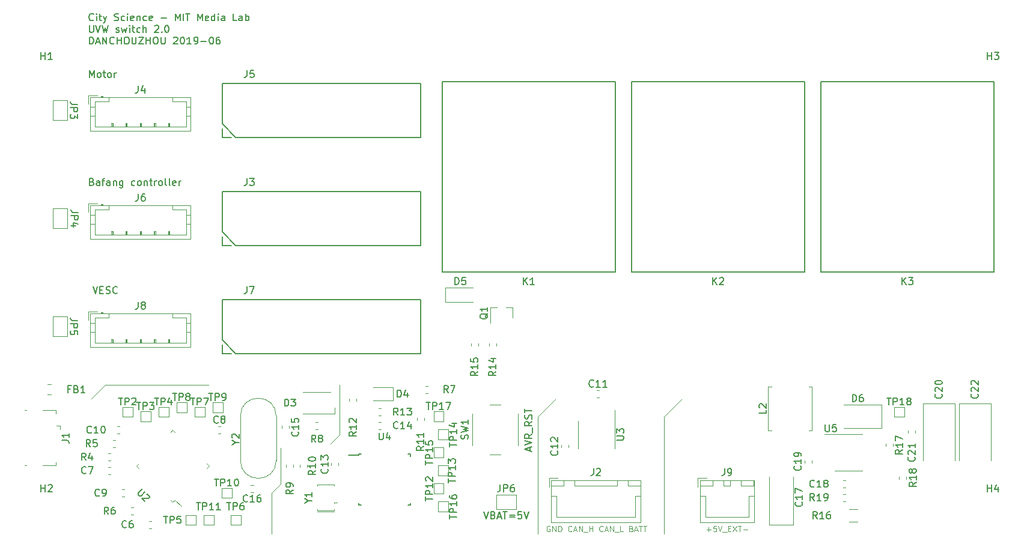
<source format=gbr>
G04 #@! TF.GenerationSoftware,KiCad,Pcbnew,(5.1.2)-1*
G04 #@! TF.CreationDate,2019-06-10T17:23:03-04:00*
G04 #@! TF.ProjectId,pev_uvw_sw,7065765f-7576-4775-9f73-772e6b696361,rev?*
G04 #@! TF.SameCoordinates,Original*
G04 #@! TF.FileFunction,Legend,Top*
G04 #@! TF.FilePolarity,Positive*
%FSLAX46Y46*%
G04 Gerber Fmt 4.6, Leading zero omitted, Abs format (unit mm)*
G04 Created by KiCad (PCBNEW (5.1.2)-1) date 2019-06-10 17:23:03*
%MOMM*%
%LPD*%
G04 APERTURE LIST*
%ADD10C,0.100000*%
%ADD11C,0.120000*%
%ADD12C,0.150000*%
G04 APERTURE END LIST*
D10*
X96183809Y-74352142D02*
X96793333Y-74352142D01*
X96488571Y-74656904D02*
X96488571Y-74047380D01*
X97555238Y-73856904D02*
X97174285Y-73856904D01*
X97136190Y-74237857D01*
X97174285Y-74199761D01*
X97250476Y-74161666D01*
X97440952Y-74161666D01*
X97517142Y-74199761D01*
X97555238Y-74237857D01*
X97593333Y-74314047D01*
X97593333Y-74504523D01*
X97555238Y-74580714D01*
X97517142Y-74618809D01*
X97440952Y-74656904D01*
X97250476Y-74656904D01*
X97174285Y-74618809D01*
X97136190Y-74580714D01*
X97821904Y-73856904D02*
X98088571Y-74656904D01*
X98355238Y-73856904D01*
X98431428Y-74733095D02*
X99040952Y-74733095D01*
X99231428Y-74237857D02*
X99498095Y-74237857D01*
X99612380Y-74656904D02*
X99231428Y-74656904D01*
X99231428Y-73856904D01*
X99612380Y-73856904D01*
X99879047Y-73856904D02*
X100412380Y-74656904D01*
X100412380Y-73856904D02*
X99879047Y-74656904D01*
X100602857Y-73856904D02*
X101060000Y-73856904D01*
X100831428Y-74656904D02*
X100831428Y-73856904D01*
X101326666Y-74352142D02*
X101936190Y-74352142D01*
D11*
X90170000Y-58420000D02*
X92710000Y-55880000D01*
X90170000Y-74930000D02*
X90170000Y-58420000D01*
X72390000Y-58420000D02*
X74930000Y-55880000D01*
X72390000Y-74930000D02*
X72390000Y-58420000D01*
D12*
X64778333Y-71842380D02*
X65111666Y-72842380D01*
X65445000Y-71842380D01*
X66111666Y-72318571D02*
X66254523Y-72366190D01*
X66302142Y-72413809D01*
X66349761Y-72509047D01*
X66349761Y-72651904D01*
X66302142Y-72747142D01*
X66254523Y-72794761D01*
X66159285Y-72842380D01*
X65778333Y-72842380D01*
X65778333Y-71842380D01*
X66111666Y-71842380D01*
X66206904Y-71890000D01*
X66254523Y-71937619D01*
X66302142Y-72032857D01*
X66302142Y-72128095D01*
X66254523Y-72223333D01*
X66206904Y-72270952D01*
X66111666Y-72318571D01*
X65778333Y-72318571D01*
X66730714Y-72556666D02*
X67206904Y-72556666D01*
X66635476Y-72842380D02*
X66968809Y-71842380D01*
X67302142Y-72842380D01*
X67492619Y-71842380D02*
X68064047Y-71842380D01*
X67778333Y-72842380D02*
X67778333Y-71842380D01*
X68397380Y-72318571D02*
X69159285Y-72318571D01*
X69159285Y-72604285D02*
X68397380Y-72604285D01*
X70111666Y-71842380D02*
X69635476Y-71842380D01*
X69587857Y-72318571D01*
X69635476Y-72270952D01*
X69730714Y-72223333D01*
X69968809Y-72223333D01*
X70064047Y-72270952D01*
X70111666Y-72318571D01*
X70159285Y-72413809D01*
X70159285Y-72651904D01*
X70111666Y-72747142D01*
X70064047Y-72794761D01*
X69968809Y-72842380D01*
X69730714Y-72842380D01*
X69635476Y-72794761D01*
X69587857Y-72747142D01*
X70445000Y-71842380D02*
X70778333Y-72842380D01*
X71111666Y-71842380D01*
D11*
X11430000Y-53975000D02*
X26035000Y-53975000D01*
X9525000Y-55880000D02*
X11430000Y-53975000D01*
X44450000Y-60960000D02*
X43180000Y-62230000D01*
X44450000Y-53975000D02*
X44450000Y-60960000D01*
X34925000Y-69215000D02*
X34925000Y-74930000D01*
X36195000Y-67945000D02*
X34925000Y-69215000D01*
X36195000Y-62865000D02*
X36195000Y-67945000D01*
D12*
X9797023Y-2517142D02*
X9749404Y-2564761D01*
X9606547Y-2612380D01*
X9511309Y-2612380D01*
X9368452Y-2564761D01*
X9273214Y-2469523D01*
X9225595Y-2374285D01*
X9177976Y-2183809D01*
X9177976Y-2040952D01*
X9225595Y-1850476D01*
X9273214Y-1755238D01*
X9368452Y-1660000D01*
X9511309Y-1612380D01*
X9606547Y-1612380D01*
X9749404Y-1660000D01*
X9797023Y-1707619D01*
X10225595Y-2612380D02*
X10225595Y-1945714D01*
X10225595Y-1612380D02*
X10177976Y-1660000D01*
X10225595Y-1707619D01*
X10273214Y-1660000D01*
X10225595Y-1612380D01*
X10225595Y-1707619D01*
X10558928Y-1945714D02*
X10939880Y-1945714D01*
X10701785Y-1612380D02*
X10701785Y-2469523D01*
X10749404Y-2564761D01*
X10844642Y-2612380D01*
X10939880Y-2612380D01*
X11177976Y-1945714D02*
X11416071Y-2612380D01*
X11654166Y-1945714D02*
X11416071Y-2612380D01*
X11320833Y-2850476D01*
X11273214Y-2898095D01*
X11177976Y-2945714D01*
X12749404Y-2564761D02*
X12892261Y-2612380D01*
X13130357Y-2612380D01*
X13225595Y-2564761D01*
X13273214Y-2517142D01*
X13320833Y-2421904D01*
X13320833Y-2326666D01*
X13273214Y-2231428D01*
X13225595Y-2183809D01*
X13130357Y-2136190D01*
X12939880Y-2088571D01*
X12844642Y-2040952D01*
X12797023Y-1993333D01*
X12749404Y-1898095D01*
X12749404Y-1802857D01*
X12797023Y-1707619D01*
X12844642Y-1660000D01*
X12939880Y-1612380D01*
X13177976Y-1612380D01*
X13320833Y-1660000D01*
X14177976Y-2564761D02*
X14082738Y-2612380D01*
X13892261Y-2612380D01*
X13797023Y-2564761D01*
X13749404Y-2517142D01*
X13701785Y-2421904D01*
X13701785Y-2136190D01*
X13749404Y-2040952D01*
X13797023Y-1993333D01*
X13892261Y-1945714D01*
X14082738Y-1945714D01*
X14177976Y-1993333D01*
X14606547Y-2612380D02*
X14606547Y-1945714D01*
X14606547Y-1612380D02*
X14558928Y-1660000D01*
X14606547Y-1707619D01*
X14654166Y-1660000D01*
X14606547Y-1612380D01*
X14606547Y-1707619D01*
X15463690Y-2564761D02*
X15368452Y-2612380D01*
X15177976Y-2612380D01*
X15082738Y-2564761D01*
X15035119Y-2469523D01*
X15035119Y-2088571D01*
X15082738Y-1993333D01*
X15177976Y-1945714D01*
X15368452Y-1945714D01*
X15463690Y-1993333D01*
X15511309Y-2088571D01*
X15511309Y-2183809D01*
X15035119Y-2279047D01*
X15939880Y-1945714D02*
X15939880Y-2612380D01*
X15939880Y-2040952D02*
X15987500Y-1993333D01*
X16082738Y-1945714D01*
X16225595Y-1945714D01*
X16320833Y-1993333D01*
X16368452Y-2088571D01*
X16368452Y-2612380D01*
X17273214Y-2564761D02*
X17177976Y-2612380D01*
X16987500Y-2612380D01*
X16892261Y-2564761D01*
X16844642Y-2517142D01*
X16797023Y-2421904D01*
X16797023Y-2136190D01*
X16844642Y-2040952D01*
X16892261Y-1993333D01*
X16987500Y-1945714D01*
X17177976Y-1945714D01*
X17273214Y-1993333D01*
X18082738Y-2564761D02*
X17987500Y-2612380D01*
X17797023Y-2612380D01*
X17701785Y-2564761D01*
X17654166Y-2469523D01*
X17654166Y-2088571D01*
X17701785Y-1993333D01*
X17797023Y-1945714D01*
X17987500Y-1945714D01*
X18082738Y-1993333D01*
X18130357Y-2088571D01*
X18130357Y-2183809D01*
X17654166Y-2279047D01*
X19320833Y-2231428D02*
X20082738Y-2231428D01*
X21320833Y-2612380D02*
X21320833Y-1612380D01*
X21654166Y-2326666D01*
X21987500Y-1612380D01*
X21987500Y-2612380D01*
X22463690Y-2612380D02*
X22463690Y-1612380D01*
X22797023Y-1612380D02*
X23368452Y-1612380D01*
X23082738Y-2612380D02*
X23082738Y-1612380D01*
X24463690Y-2612380D02*
X24463690Y-1612380D01*
X24797023Y-2326666D01*
X25130357Y-1612380D01*
X25130357Y-2612380D01*
X25987499Y-2564761D02*
X25892261Y-2612380D01*
X25701785Y-2612380D01*
X25606547Y-2564761D01*
X25558928Y-2469523D01*
X25558928Y-2088571D01*
X25606547Y-1993333D01*
X25701785Y-1945714D01*
X25892261Y-1945714D01*
X25987499Y-1993333D01*
X26035119Y-2088571D01*
X26035119Y-2183809D01*
X25558928Y-2279047D01*
X26892261Y-2612380D02*
X26892261Y-1612380D01*
X26892261Y-2564761D02*
X26797023Y-2612380D01*
X26606547Y-2612380D01*
X26511309Y-2564761D01*
X26463690Y-2517142D01*
X26416071Y-2421904D01*
X26416071Y-2136190D01*
X26463690Y-2040952D01*
X26511309Y-1993333D01*
X26606547Y-1945714D01*
X26797023Y-1945714D01*
X26892261Y-1993333D01*
X27368452Y-2612380D02*
X27368452Y-1945714D01*
X27368452Y-1612380D02*
X27320833Y-1660000D01*
X27368452Y-1707619D01*
X27416071Y-1660000D01*
X27368452Y-1612380D01*
X27368452Y-1707619D01*
X28273214Y-2612380D02*
X28273214Y-2088571D01*
X28225595Y-1993333D01*
X28130357Y-1945714D01*
X27939880Y-1945714D01*
X27844642Y-1993333D01*
X28273214Y-2564761D02*
X28177976Y-2612380D01*
X27939880Y-2612380D01*
X27844642Y-2564761D01*
X27797023Y-2469523D01*
X27797023Y-2374285D01*
X27844642Y-2279047D01*
X27939880Y-2231428D01*
X28177976Y-2231428D01*
X28273214Y-2183809D01*
X29987499Y-2612380D02*
X29511309Y-2612380D01*
X29511309Y-1612380D01*
X30749404Y-2612380D02*
X30749404Y-2088571D01*
X30701785Y-1993333D01*
X30606547Y-1945714D01*
X30416071Y-1945714D01*
X30320833Y-1993333D01*
X30749404Y-2564761D02*
X30654166Y-2612380D01*
X30416071Y-2612380D01*
X30320833Y-2564761D01*
X30273214Y-2469523D01*
X30273214Y-2374285D01*
X30320833Y-2279047D01*
X30416071Y-2231428D01*
X30654166Y-2231428D01*
X30749404Y-2183809D01*
X31225595Y-2612380D02*
X31225595Y-1612380D01*
X31225595Y-1993333D02*
X31320833Y-1945714D01*
X31511309Y-1945714D01*
X31606547Y-1993333D01*
X31654166Y-2040952D01*
X31701785Y-2136190D01*
X31701785Y-2421904D01*
X31654166Y-2517142D01*
X31606547Y-2564761D01*
X31511309Y-2612380D01*
X31320833Y-2612380D01*
X31225595Y-2564761D01*
X9225595Y-3262380D02*
X9225595Y-4071904D01*
X9273214Y-4167142D01*
X9320833Y-4214761D01*
X9416071Y-4262380D01*
X9606547Y-4262380D01*
X9701785Y-4214761D01*
X9749404Y-4167142D01*
X9797023Y-4071904D01*
X9797023Y-3262380D01*
X10130357Y-3262380D02*
X10463690Y-4262380D01*
X10797023Y-3262380D01*
X11035119Y-3262380D02*
X11273214Y-4262380D01*
X11463690Y-3548095D01*
X11654166Y-4262380D01*
X11892261Y-3262380D01*
X12987500Y-4214761D02*
X13082738Y-4262380D01*
X13273214Y-4262380D01*
X13368452Y-4214761D01*
X13416071Y-4119523D01*
X13416071Y-4071904D01*
X13368452Y-3976666D01*
X13273214Y-3929047D01*
X13130357Y-3929047D01*
X13035119Y-3881428D01*
X12987500Y-3786190D01*
X12987500Y-3738571D01*
X13035119Y-3643333D01*
X13130357Y-3595714D01*
X13273214Y-3595714D01*
X13368452Y-3643333D01*
X13749404Y-3595714D02*
X13939880Y-4262380D01*
X14130357Y-3786190D01*
X14320833Y-4262380D01*
X14511309Y-3595714D01*
X14892261Y-4262380D02*
X14892261Y-3595714D01*
X14892261Y-3262380D02*
X14844642Y-3310000D01*
X14892261Y-3357619D01*
X14939880Y-3310000D01*
X14892261Y-3262380D01*
X14892261Y-3357619D01*
X15225595Y-3595714D02*
X15606547Y-3595714D01*
X15368452Y-3262380D02*
X15368452Y-4119523D01*
X15416071Y-4214761D01*
X15511309Y-4262380D01*
X15606547Y-4262380D01*
X16368452Y-4214761D02*
X16273214Y-4262380D01*
X16082738Y-4262380D01*
X15987499Y-4214761D01*
X15939880Y-4167142D01*
X15892261Y-4071904D01*
X15892261Y-3786190D01*
X15939880Y-3690952D01*
X15987499Y-3643333D01*
X16082738Y-3595714D01*
X16273214Y-3595714D01*
X16368452Y-3643333D01*
X16797023Y-4262380D02*
X16797023Y-3262380D01*
X17225595Y-4262380D02*
X17225595Y-3738571D01*
X17177976Y-3643333D01*
X17082738Y-3595714D01*
X16939880Y-3595714D01*
X16844642Y-3643333D01*
X16797023Y-3690952D01*
X18416071Y-3357619D02*
X18463690Y-3310000D01*
X18558928Y-3262380D01*
X18797023Y-3262380D01*
X18892261Y-3310000D01*
X18939880Y-3357619D01*
X18987499Y-3452857D01*
X18987499Y-3548095D01*
X18939880Y-3690952D01*
X18368452Y-4262380D01*
X18987499Y-4262380D01*
X19416071Y-4167142D02*
X19463690Y-4214761D01*
X19416071Y-4262380D01*
X19368452Y-4214761D01*
X19416071Y-4167142D01*
X19416071Y-4262380D01*
X20082738Y-3262380D02*
X20177976Y-3262380D01*
X20273214Y-3310000D01*
X20320833Y-3357619D01*
X20368452Y-3452857D01*
X20416071Y-3643333D01*
X20416071Y-3881428D01*
X20368452Y-4071904D01*
X20320833Y-4167142D01*
X20273214Y-4214761D01*
X20177976Y-4262380D01*
X20082738Y-4262380D01*
X19987499Y-4214761D01*
X19939880Y-4167142D01*
X19892261Y-4071904D01*
X19844642Y-3881428D01*
X19844642Y-3643333D01*
X19892261Y-3452857D01*
X19939880Y-3357619D01*
X19987499Y-3310000D01*
X20082738Y-3262380D01*
X9225595Y-5912380D02*
X9225595Y-4912380D01*
X9463690Y-4912380D01*
X9606547Y-4960000D01*
X9701785Y-5055238D01*
X9749404Y-5150476D01*
X9797023Y-5340952D01*
X9797023Y-5483809D01*
X9749404Y-5674285D01*
X9701785Y-5769523D01*
X9606547Y-5864761D01*
X9463690Y-5912380D01*
X9225595Y-5912380D01*
X10177976Y-5626666D02*
X10654166Y-5626666D01*
X10082738Y-5912380D02*
X10416071Y-4912380D01*
X10749404Y-5912380D01*
X11082738Y-5912380D02*
X11082738Y-4912380D01*
X11654166Y-5912380D01*
X11654166Y-4912380D01*
X12701785Y-5817142D02*
X12654166Y-5864761D01*
X12511309Y-5912380D01*
X12416071Y-5912380D01*
X12273214Y-5864761D01*
X12177976Y-5769523D01*
X12130357Y-5674285D01*
X12082738Y-5483809D01*
X12082738Y-5340952D01*
X12130357Y-5150476D01*
X12177976Y-5055238D01*
X12273214Y-4960000D01*
X12416071Y-4912380D01*
X12511309Y-4912380D01*
X12654166Y-4960000D01*
X12701785Y-5007619D01*
X13130357Y-5912380D02*
X13130357Y-4912380D01*
X13130357Y-5388571D02*
X13701785Y-5388571D01*
X13701785Y-5912380D02*
X13701785Y-4912380D01*
X14368452Y-4912380D02*
X14558928Y-4912380D01*
X14654166Y-4960000D01*
X14749404Y-5055238D01*
X14797023Y-5245714D01*
X14797023Y-5579047D01*
X14749404Y-5769523D01*
X14654166Y-5864761D01*
X14558928Y-5912380D01*
X14368452Y-5912380D01*
X14273214Y-5864761D01*
X14177976Y-5769523D01*
X14130357Y-5579047D01*
X14130357Y-5245714D01*
X14177976Y-5055238D01*
X14273214Y-4960000D01*
X14368452Y-4912380D01*
X15225595Y-4912380D02*
X15225595Y-5721904D01*
X15273214Y-5817142D01*
X15320833Y-5864761D01*
X15416071Y-5912380D01*
X15606547Y-5912380D01*
X15701785Y-5864761D01*
X15749404Y-5817142D01*
X15797023Y-5721904D01*
X15797023Y-4912380D01*
X16177976Y-4912380D02*
X16844642Y-4912380D01*
X16177976Y-5912380D01*
X16844642Y-5912380D01*
X17225595Y-5912380D02*
X17225595Y-4912380D01*
X17225595Y-5388571D02*
X17797023Y-5388571D01*
X17797023Y-5912380D02*
X17797023Y-4912380D01*
X18463690Y-4912380D02*
X18654166Y-4912380D01*
X18749404Y-4960000D01*
X18844642Y-5055238D01*
X18892261Y-5245714D01*
X18892261Y-5579047D01*
X18844642Y-5769523D01*
X18749404Y-5864761D01*
X18654166Y-5912380D01*
X18463690Y-5912380D01*
X18368452Y-5864761D01*
X18273214Y-5769523D01*
X18225595Y-5579047D01*
X18225595Y-5245714D01*
X18273214Y-5055238D01*
X18368452Y-4960000D01*
X18463690Y-4912380D01*
X19320833Y-4912380D02*
X19320833Y-5721904D01*
X19368452Y-5817142D01*
X19416071Y-5864761D01*
X19511309Y-5912380D01*
X19701785Y-5912380D01*
X19797023Y-5864761D01*
X19844642Y-5817142D01*
X19892261Y-5721904D01*
X19892261Y-4912380D01*
X21082738Y-5007619D02*
X21130357Y-4960000D01*
X21225595Y-4912380D01*
X21463690Y-4912380D01*
X21558928Y-4960000D01*
X21606547Y-5007619D01*
X21654166Y-5102857D01*
X21654166Y-5198095D01*
X21606547Y-5340952D01*
X21035119Y-5912380D01*
X21654166Y-5912380D01*
X22273214Y-4912380D02*
X22368452Y-4912380D01*
X22463690Y-4960000D01*
X22511309Y-5007619D01*
X22558928Y-5102857D01*
X22606547Y-5293333D01*
X22606547Y-5531428D01*
X22558928Y-5721904D01*
X22511309Y-5817142D01*
X22463690Y-5864761D01*
X22368452Y-5912380D01*
X22273214Y-5912380D01*
X22177976Y-5864761D01*
X22130357Y-5817142D01*
X22082738Y-5721904D01*
X22035119Y-5531428D01*
X22035119Y-5293333D01*
X22082738Y-5102857D01*
X22130357Y-5007619D01*
X22177976Y-4960000D01*
X22273214Y-4912380D01*
X23558928Y-5912380D02*
X22987499Y-5912380D01*
X23273214Y-5912380D02*
X23273214Y-4912380D01*
X23177976Y-5055238D01*
X23082738Y-5150476D01*
X22987499Y-5198095D01*
X24035119Y-5912380D02*
X24225595Y-5912380D01*
X24320833Y-5864761D01*
X24368452Y-5817142D01*
X24463690Y-5674285D01*
X24511309Y-5483809D01*
X24511309Y-5102857D01*
X24463690Y-5007619D01*
X24416071Y-4960000D01*
X24320833Y-4912380D01*
X24130357Y-4912380D01*
X24035119Y-4960000D01*
X23987499Y-5007619D01*
X23939880Y-5102857D01*
X23939880Y-5340952D01*
X23987499Y-5436190D01*
X24035119Y-5483809D01*
X24130357Y-5531428D01*
X24320833Y-5531428D01*
X24416071Y-5483809D01*
X24463690Y-5436190D01*
X24511309Y-5340952D01*
X24939880Y-5531428D02*
X25701785Y-5531428D01*
X26368452Y-4912380D02*
X26463690Y-4912380D01*
X26558928Y-4960000D01*
X26606547Y-5007619D01*
X26654166Y-5102857D01*
X26701785Y-5293333D01*
X26701785Y-5531428D01*
X26654166Y-5721904D01*
X26606547Y-5817142D01*
X26558928Y-5864761D01*
X26463690Y-5912380D01*
X26368452Y-5912380D01*
X26273214Y-5864761D01*
X26225595Y-5817142D01*
X26177976Y-5721904D01*
X26130357Y-5531428D01*
X26130357Y-5293333D01*
X26177976Y-5102857D01*
X26225595Y-5007619D01*
X26273214Y-4960000D01*
X26368452Y-4912380D01*
X27558928Y-4912380D02*
X27368452Y-4912380D01*
X27273214Y-4960000D01*
X27225595Y-5007619D01*
X27130357Y-5150476D01*
X27082738Y-5340952D01*
X27082738Y-5721904D01*
X27130357Y-5817142D01*
X27177976Y-5864761D01*
X27273214Y-5912380D01*
X27463690Y-5912380D01*
X27558928Y-5864761D01*
X27606547Y-5817142D01*
X27654166Y-5721904D01*
X27654166Y-5483809D01*
X27606547Y-5388571D01*
X27558928Y-5340952D01*
X27463690Y-5293333D01*
X27273214Y-5293333D01*
X27177976Y-5340952D01*
X27130357Y-5388571D01*
X27082738Y-5483809D01*
X71286666Y-63229761D02*
X71286666Y-62753571D01*
X71572380Y-63325000D02*
X70572380Y-62991666D01*
X71572380Y-62658333D01*
X70572380Y-62467857D02*
X71572380Y-62134523D01*
X70572380Y-61801190D01*
X71572380Y-60896428D02*
X71096190Y-61229761D01*
X71572380Y-61467857D02*
X70572380Y-61467857D01*
X70572380Y-61086904D01*
X70620000Y-60991666D01*
X70667619Y-60944047D01*
X70762857Y-60896428D01*
X70905714Y-60896428D01*
X71000952Y-60944047D01*
X71048571Y-60991666D01*
X71096190Y-61086904D01*
X71096190Y-61467857D01*
X71667619Y-60705952D02*
X71667619Y-59944047D01*
X71572380Y-59134523D02*
X71096190Y-59467857D01*
X71572380Y-59705952D02*
X70572380Y-59705952D01*
X70572380Y-59325000D01*
X70620000Y-59229761D01*
X70667619Y-59182142D01*
X70762857Y-59134523D01*
X70905714Y-59134523D01*
X71000952Y-59182142D01*
X71048571Y-59229761D01*
X71096190Y-59325000D01*
X71096190Y-59705952D01*
X71524761Y-58753571D02*
X71572380Y-58610714D01*
X71572380Y-58372619D01*
X71524761Y-58277380D01*
X71477142Y-58229761D01*
X71381904Y-58182142D01*
X71286666Y-58182142D01*
X71191428Y-58229761D01*
X71143809Y-58277380D01*
X71096190Y-58372619D01*
X71048571Y-58563095D01*
X71000952Y-58658333D01*
X70953333Y-58705952D01*
X70858095Y-58753571D01*
X70762857Y-58753571D01*
X70667619Y-58705952D01*
X70620000Y-58658333D01*
X70572380Y-58563095D01*
X70572380Y-58325000D01*
X70620000Y-58182142D01*
X70572380Y-57896428D02*
X70572380Y-57325000D01*
X71572380Y-57610714D02*
X70572380Y-57610714D01*
X9717738Y-40092380D02*
X10051071Y-41092380D01*
X10384404Y-40092380D01*
X10717738Y-40568571D02*
X11051071Y-40568571D01*
X11193928Y-41092380D02*
X10717738Y-41092380D01*
X10717738Y-40092380D01*
X11193928Y-40092380D01*
X11574880Y-41044761D02*
X11717738Y-41092380D01*
X11955833Y-41092380D01*
X12051071Y-41044761D01*
X12098690Y-40997142D01*
X12146309Y-40901904D01*
X12146309Y-40806666D01*
X12098690Y-40711428D01*
X12051071Y-40663809D01*
X11955833Y-40616190D01*
X11765357Y-40568571D01*
X11670119Y-40520952D01*
X11622500Y-40473333D01*
X11574880Y-40378095D01*
X11574880Y-40282857D01*
X11622500Y-40187619D01*
X11670119Y-40140000D01*
X11765357Y-40092380D01*
X12003452Y-40092380D01*
X12146309Y-40140000D01*
X13146309Y-40997142D02*
X13098690Y-41044761D01*
X12955833Y-41092380D01*
X12860595Y-41092380D01*
X12717738Y-41044761D01*
X12622500Y-40949523D01*
X12574880Y-40854285D01*
X12527261Y-40663809D01*
X12527261Y-40520952D01*
X12574880Y-40330476D01*
X12622500Y-40235238D01*
X12717738Y-40140000D01*
X12860595Y-40092380D01*
X12955833Y-40092380D01*
X13098690Y-40140000D01*
X13146309Y-40187619D01*
X9225595Y-10612380D02*
X9225595Y-9612380D01*
X9558928Y-10326666D01*
X9892261Y-9612380D01*
X9892261Y-10612380D01*
X10511309Y-10612380D02*
X10416071Y-10564761D01*
X10368452Y-10517142D01*
X10320833Y-10421904D01*
X10320833Y-10136190D01*
X10368452Y-10040952D01*
X10416071Y-9993333D01*
X10511309Y-9945714D01*
X10654166Y-9945714D01*
X10749404Y-9993333D01*
X10797023Y-10040952D01*
X10844642Y-10136190D01*
X10844642Y-10421904D01*
X10797023Y-10517142D01*
X10749404Y-10564761D01*
X10654166Y-10612380D01*
X10511309Y-10612380D01*
X11130357Y-9945714D02*
X11511309Y-9945714D01*
X11273214Y-9612380D02*
X11273214Y-10469523D01*
X11320833Y-10564761D01*
X11416071Y-10612380D01*
X11511309Y-10612380D01*
X11987500Y-10612380D02*
X11892261Y-10564761D01*
X11844642Y-10517142D01*
X11797023Y-10421904D01*
X11797023Y-10136190D01*
X11844642Y-10040952D01*
X11892261Y-9993333D01*
X11987500Y-9945714D01*
X12130357Y-9945714D01*
X12225595Y-9993333D01*
X12273214Y-10040952D01*
X12320833Y-10136190D01*
X12320833Y-10421904D01*
X12273214Y-10517142D01*
X12225595Y-10564761D01*
X12130357Y-10612380D01*
X11987500Y-10612380D01*
X12749404Y-10612380D02*
X12749404Y-9945714D01*
X12749404Y-10136190D02*
X12797023Y-10040952D01*
X12844642Y-9993333D01*
X12939880Y-9945714D01*
X13035119Y-9945714D01*
X9558928Y-25328571D02*
X9701785Y-25376190D01*
X9749404Y-25423809D01*
X9797023Y-25519047D01*
X9797023Y-25661904D01*
X9749404Y-25757142D01*
X9701785Y-25804761D01*
X9606547Y-25852380D01*
X9225595Y-25852380D01*
X9225595Y-24852380D01*
X9558928Y-24852380D01*
X9654166Y-24900000D01*
X9701785Y-24947619D01*
X9749404Y-25042857D01*
X9749404Y-25138095D01*
X9701785Y-25233333D01*
X9654166Y-25280952D01*
X9558928Y-25328571D01*
X9225595Y-25328571D01*
X10654166Y-25852380D02*
X10654166Y-25328571D01*
X10606547Y-25233333D01*
X10511309Y-25185714D01*
X10320833Y-25185714D01*
X10225595Y-25233333D01*
X10654166Y-25804761D02*
X10558928Y-25852380D01*
X10320833Y-25852380D01*
X10225595Y-25804761D01*
X10177976Y-25709523D01*
X10177976Y-25614285D01*
X10225595Y-25519047D01*
X10320833Y-25471428D01*
X10558928Y-25471428D01*
X10654166Y-25423809D01*
X10987500Y-25185714D02*
X11368452Y-25185714D01*
X11130357Y-25852380D02*
X11130357Y-24995238D01*
X11177976Y-24900000D01*
X11273214Y-24852380D01*
X11368452Y-24852380D01*
X12130357Y-25852380D02*
X12130357Y-25328571D01*
X12082738Y-25233333D01*
X11987500Y-25185714D01*
X11797023Y-25185714D01*
X11701785Y-25233333D01*
X12130357Y-25804761D02*
X12035119Y-25852380D01*
X11797023Y-25852380D01*
X11701785Y-25804761D01*
X11654166Y-25709523D01*
X11654166Y-25614285D01*
X11701785Y-25519047D01*
X11797023Y-25471428D01*
X12035119Y-25471428D01*
X12130357Y-25423809D01*
X12606547Y-25185714D02*
X12606547Y-25852380D01*
X12606547Y-25280952D02*
X12654166Y-25233333D01*
X12749404Y-25185714D01*
X12892261Y-25185714D01*
X12987500Y-25233333D01*
X13035119Y-25328571D01*
X13035119Y-25852380D01*
X13939880Y-25185714D02*
X13939880Y-25995238D01*
X13892261Y-26090476D01*
X13844642Y-26138095D01*
X13749404Y-26185714D01*
X13606547Y-26185714D01*
X13511309Y-26138095D01*
X13939880Y-25804761D02*
X13844642Y-25852380D01*
X13654166Y-25852380D01*
X13558928Y-25804761D01*
X13511309Y-25757142D01*
X13463690Y-25661904D01*
X13463690Y-25376190D01*
X13511309Y-25280952D01*
X13558928Y-25233333D01*
X13654166Y-25185714D01*
X13844642Y-25185714D01*
X13939880Y-25233333D01*
X15606547Y-25804761D02*
X15511309Y-25852380D01*
X15320833Y-25852380D01*
X15225595Y-25804761D01*
X15177976Y-25757142D01*
X15130357Y-25661904D01*
X15130357Y-25376190D01*
X15177976Y-25280952D01*
X15225595Y-25233333D01*
X15320833Y-25185714D01*
X15511309Y-25185714D01*
X15606547Y-25233333D01*
X16177976Y-25852380D02*
X16082738Y-25804761D01*
X16035119Y-25757142D01*
X15987500Y-25661904D01*
X15987500Y-25376190D01*
X16035119Y-25280952D01*
X16082738Y-25233333D01*
X16177976Y-25185714D01*
X16320833Y-25185714D01*
X16416071Y-25233333D01*
X16463690Y-25280952D01*
X16511309Y-25376190D01*
X16511309Y-25661904D01*
X16463690Y-25757142D01*
X16416071Y-25804761D01*
X16320833Y-25852380D01*
X16177976Y-25852380D01*
X16939880Y-25185714D02*
X16939880Y-25852380D01*
X16939880Y-25280952D02*
X16987500Y-25233333D01*
X17082738Y-25185714D01*
X17225595Y-25185714D01*
X17320833Y-25233333D01*
X17368452Y-25328571D01*
X17368452Y-25852380D01*
X17701785Y-25185714D02*
X18082738Y-25185714D01*
X17844642Y-24852380D02*
X17844642Y-25709523D01*
X17892261Y-25804761D01*
X17987500Y-25852380D01*
X18082738Y-25852380D01*
X18416071Y-25852380D02*
X18416071Y-25185714D01*
X18416071Y-25376190D02*
X18463690Y-25280952D01*
X18511309Y-25233333D01*
X18606547Y-25185714D01*
X18701785Y-25185714D01*
X19177976Y-25852380D02*
X19082738Y-25804761D01*
X19035119Y-25757142D01*
X18987500Y-25661904D01*
X18987500Y-25376190D01*
X19035119Y-25280952D01*
X19082738Y-25233333D01*
X19177976Y-25185714D01*
X19320833Y-25185714D01*
X19416071Y-25233333D01*
X19463690Y-25280952D01*
X19511309Y-25376190D01*
X19511309Y-25661904D01*
X19463690Y-25757142D01*
X19416071Y-25804761D01*
X19320833Y-25852380D01*
X19177976Y-25852380D01*
X20082738Y-25852380D02*
X19987500Y-25804761D01*
X19939880Y-25709523D01*
X19939880Y-24852380D01*
X20606547Y-25852380D02*
X20511309Y-25804761D01*
X20463690Y-25709523D01*
X20463690Y-24852380D01*
X21368452Y-25804761D02*
X21273214Y-25852380D01*
X21082738Y-25852380D01*
X20987500Y-25804761D01*
X20939880Y-25709523D01*
X20939880Y-25328571D01*
X20987500Y-25233333D01*
X21082738Y-25185714D01*
X21273214Y-25185714D01*
X21368452Y-25233333D01*
X21416071Y-25328571D01*
X21416071Y-25423809D01*
X20939880Y-25519047D01*
X21844642Y-25852380D02*
X21844642Y-25185714D01*
X21844642Y-25376190D02*
X21892261Y-25280952D01*
X21939880Y-25233333D01*
X22035119Y-25185714D01*
X22130357Y-25185714D01*
D10*
X74092619Y-73895000D02*
X74016428Y-73856904D01*
X73902142Y-73856904D01*
X73787857Y-73895000D01*
X73711666Y-73971190D01*
X73673571Y-74047380D01*
X73635476Y-74199761D01*
X73635476Y-74314047D01*
X73673571Y-74466428D01*
X73711666Y-74542619D01*
X73787857Y-74618809D01*
X73902142Y-74656904D01*
X73978333Y-74656904D01*
X74092619Y-74618809D01*
X74130714Y-74580714D01*
X74130714Y-74314047D01*
X73978333Y-74314047D01*
X74473571Y-74656904D02*
X74473571Y-73856904D01*
X74930714Y-74656904D01*
X74930714Y-73856904D01*
X75311666Y-74656904D02*
X75311666Y-73856904D01*
X75502142Y-73856904D01*
X75616428Y-73895000D01*
X75692619Y-73971190D01*
X75730714Y-74047380D01*
X75768809Y-74199761D01*
X75768809Y-74314047D01*
X75730714Y-74466428D01*
X75692619Y-74542619D01*
X75616428Y-74618809D01*
X75502142Y-74656904D01*
X75311666Y-74656904D01*
X77178333Y-74580714D02*
X77140238Y-74618809D01*
X77025952Y-74656904D01*
X76949761Y-74656904D01*
X76835476Y-74618809D01*
X76759285Y-74542619D01*
X76721190Y-74466428D01*
X76683095Y-74314047D01*
X76683095Y-74199761D01*
X76721190Y-74047380D01*
X76759285Y-73971190D01*
X76835476Y-73895000D01*
X76949761Y-73856904D01*
X77025952Y-73856904D01*
X77140238Y-73895000D01*
X77178333Y-73933095D01*
X77483095Y-74428333D02*
X77864047Y-74428333D01*
X77406904Y-74656904D02*
X77673571Y-73856904D01*
X77940238Y-74656904D01*
X78206904Y-74656904D02*
X78206904Y-73856904D01*
X78664047Y-74656904D01*
X78664047Y-73856904D01*
X78854523Y-74733095D02*
X79464047Y-74733095D01*
X79654523Y-74656904D02*
X79654523Y-73856904D01*
X79654523Y-74237857D02*
X80111666Y-74237857D01*
X80111666Y-74656904D02*
X80111666Y-73856904D01*
X81559285Y-74580714D02*
X81521190Y-74618809D01*
X81406904Y-74656904D01*
X81330714Y-74656904D01*
X81216428Y-74618809D01*
X81140238Y-74542619D01*
X81102142Y-74466428D01*
X81064047Y-74314047D01*
X81064047Y-74199761D01*
X81102142Y-74047380D01*
X81140238Y-73971190D01*
X81216428Y-73895000D01*
X81330714Y-73856904D01*
X81406904Y-73856904D01*
X81521190Y-73895000D01*
X81559285Y-73933095D01*
X81864047Y-74428333D02*
X82245000Y-74428333D01*
X81787857Y-74656904D02*
X82054523Y-73856904D01*
X82321190Y-74656904D01*
X82587857Y-74656904D02*
X82587857Y-73856904D01*
X83045000Y-74656904D01*
X83045000Y-73856904D01*
X83235476Y-74733095D02*
X83845000Y-74733095D01*
X84416428Y-74656904D02*
X84035476Y-74656904D01*
X84035476Y-73856904D01*
X85559285Y-74237857D02*
X85673571Y-74275952D01*
X85711666Y-74314047D01*
X85749761Y-74390238D01*
X85749761Y-74504523D01*
X85711666Y-74580714D01*
X85673571Y-74618809D01*
X85597380Y-74656904D01*
X85292619Y-74656904D01*
X85292619Y-73856904D01*
X85559285Y-73856904D01*
X85635476Y-73895000D01*
X85673571Y-73933095D01*
X85711666Y-74009285D01*
X85711666Y-74085476D01*
X85673571Y-74161666D01*
X85635476Y-74199761D01*
X85559285Y-74237857D01*
X85292619Y-74237857D01*
X86054523Y-74428333D02*
X86435476Y-74428333D01*
X85978333Y-74656904D02*
X86245000Y-73856904D01*
X86511666Y-74656904D01*
X86664047Y-73856904D02*
X87121190Y-73856904D01*
X86892619Y-74656904D02*
X86892619Y-73856904D01*
X87273571Y-73856904D02*
X87730714Y-73856904D01*
X87502142Y-74656904D02*
X87502142Y-73856904D01*
D11*
X14141267Y-68705000D02*
X13798733Y-68705000D01*
X14141267Y-69725000D02*
X13798733Y-69725000D01*
X13506267Y-59815000D02*
X13163733Y-59815000D01*
X13506267Y-60835000D02*
X13163733Y-60835000D01*
X80713733Y-54735000D02*
X81056267Y-54735000D01*
X80713733Y-55755000D02*
X81056267Y-55755000D01*
X76710000Y-62796267D02*
X76710000Y-62453733D01*
X75690000Y-62796267D02*
X75690000Y-62453733D01*
X43305000Y-65336267D02*
X43305000Y-64993733D01*
X44325000Y-65336267D02*
X44325000Y-64993733D01*
X49993733Y-60200000D02*
X50336267Y-60200000D01*
X49993733Y-59180000D02*
X50336267Y-59180000D01*
X43775000Y-57215000D02*
X43775000Y-58015000D01*
X43775044Y-58015000D02*
X39325000Y-58015000D01*
X43225000Y-55015000D02*
X39325000Y-55015000D01*
X49165000Y-56205000D02*
X52025000Y-56205000D01*
X52025000Y-56205000D02*
X52025000Y-54285000D01*
X52025000Y-54285000D02*
X49165000Y-54285000D01*
X59395000Y-40275000D02*
X63245000Y-40275000D01*
X59395000Y-42275000D02*
X63245000Y-42275000D01*
X59395000Y-40275000D02*
X59395000Y-42275000D01*
X3303748Y-55320000D02*
X3826252Y-55320000D01*
X3303748Y-53900000D02*
X3826252Y-53900000D01*
X4524000Y-57552000D02*
X4524000Y-58002000D01*
X2674000Y-57552000D02*
X4524000Y-57552000D01*
X124000Y-65352000D02*
X374000Y-65352000D01*
X124000Y-57552000D02*
X374000Y-57552000D01*
X2674000Y-65352000D02*
X4524000Y-65352000D01*
X4524000Y-65352000D02*
X4524000Y-64902000D01*
X5074000Y-59752000D02*
X5074000Y-60202000D01*
X5074000Y-59752000D02*
X4624000Y-59752000D01*
X74275000Y-67390000D02*
X74275000Y-73360000D01*
X74275000Y-73360000D02*
X86895000Y-73360000D01*
X86895000Y-73360000D02*
X86895000Y-67390000D01*
X86895000Y-67390000D02*
X74275000Y-67390000D01*
X77585000Y-67400000D02*
X77585000Y-68150000D01*
X77585000Y-68150000D02*
X83585000Y-68150000D01*
X83585000Y-68150000D02*
X83585000Y-67400000D01*
X83585000Y-67400000D02*
X77585000Y-67400000D01*
X74285000Y-67400000D02*
X74285000Y-68150000D01*
X74285000Y-68150000D02*
X76085000Y-68150000D01*
X76085000Y-68150000D02*
X76085000Y-67400000D01*
X76085000Y-67400000D02*
X74285000Y-67400000D01*
X85085000Y-67400000D02*
X85085000Y-68150000D01*
X85085000Y-68150000D02*
X86885000Y-68150000D01*
X86885000Y-68150000D02*
X86885000Y-67400000D01*
X86885000Y-67400000D02*
X85085000Y-67400000D01*
X74285000Y-69650000D02*
X75035000Y-69650000D01*
X75035000Y-69650000D02*
X75035000Y-72600000D01*
X75035000Y-72600000D02*
X80585000Y-72600000D01*
X86885000Y-69650000D02*
X86135000Y-69650000D01*
X86135000Y-69650000D02*
X86135000Y-72600000D01*
X86135000Y-72600000D02*
X80585000Y-72600000D01*
X75235000Y-67100000D02*
X73985000Y-67100000D01*
X73985000Y-67100000D02*
X73985000Y-68350000D01*
X9370000Y-13430000D02*
X9370000Y-18150000D01*
X9370000Y-18150000D02*
X23490000Y-18150000D01*
X23490000Y-18150000D02*
X23490000Y-13430000D01*
X23490000Y-13430000D02*
X9370000Y-13430000D01*
X11130000Y-13430000D02*
X11130000Y-13230000D01*
X11130000Y-13230000D02*
X10830000Y-13230000D01*
X10830000Y-13230000D02*
X10830000Y-13430000D01*
X11130000Y-13330000D02*
X10830000Y-13330000D01*
X11930000Y-13430000D02*
X11930000Y-14040000D01*
X11930000Y-14040000D02*
X9980000Y-14040000D01*
X9980000Y-14040000D02*
X9980000Y-17540000D01*
X9980000Y-17540000D02*
X22880000Y-17540000D01*
X22880000Y-17540000D02*
X22880000Y-14040000D01*
X22880000Y-14040000D02*
X20930000Y-14040000D01*
X20930000Y-14040000D02*
X20930000Y-13430000D01*
X9370000Y-14740000D02*
X9980000Y-14740000D01*
X9370000Y-16040000D02*
X9980000Y-16040000D01*
X23490000Y-14740000D02*
X22880000Y-14740000D01*
X23490000Y-16040000D02*
X22880000Y-16040000D01*
X12330000Y-17540000D02*
X12330000Y-17040000D01*
X12330000Y-17040000D02*
X12530000Y-17040000D01*
X12530000Y-17040000D02*
X12530000Y-17540000D01*
X12430000Y-17540000D02*
X12430000Y-17040000D01*
X14330000Y-17540000D02*
X14330000Y-17040000D01*
X14330000Y-17040000D02*
X14530000Y-17040000D01*
X14530000Y-17040000D02*
X14530000Y-17540000D01*
X14430000Y-17540000D02*
X14430000Y-17040000D01*
X16330000Y-17540000D02*
X16330000Y-17040000D01*
X16330000Y-17040000D02*
X16530000Y-17040000D01*
X16530000Y-17040000D02*
X16530000Y-17540000D01*
X16430000Y-17540000D02*
X16430000Y-17040000D01*
X18330000Y-17540000D02*
X18330000Y-17040000D01*
X18330000Y-17040000D02*
X18530000Y-17040000D01*
X18530000Y-17040000D02*
X18530000Y-17540000D01*
X18430000Y-17540000D02*
X18430000Y-17040000D01*
X20330000Y-17540000D02*
X20330000Y-17040000D01*
X20330000Y-17040000D02*
X20530000Y-17040000D01*
X20530000Y-17040000D02*
X20530000Y-17540000D01*
X20430000Y-17540000D02*
X20430000Y-17040000D01*
X10320000Y-13130000D02*
X9070000Y-13130000D01*
X9070000Y-13130000D02*
X9070000Y-14380000D01*
X9070000Y-28370000D02*
X9070000Y-29620000D01*
X10320000Y-28370000D02*
X9070000Y-28370000D01*
X20430000Y-32780000D02*
X20430000Y-32280000D01*
X20530000Y-32280000D02*
X20530000Y-32780000D01*
X20330000Y-32280000D02*
X20530000Y-32280000D01*
X20330000Y-32780000D02*
X20330000Y-32280000D01*
X18430000Y-32780000D02*
X18430000Y-32280000D01*
X18530000Y-32280000D02*
X18530000Y-32780000D01*
X18330000Y-32280000D02*
X18530000Y-32280000D01*
X18330000Y-32780000D02*
X18330000Y-32280000D01*
X16430000Y-32780000D02*
X16430000Y-32280000D01*
X16530000Y-32280000D02*
X16530000Y-32780000D01*
X16330000Y-32280000D02*
X16530000Y-32280000D01*
X16330000Y-32780000D02*
X16330000Y-32280000D01*
X14430000Y-32780000D02*
X14430000Y-32280000D01*
X14530000Y-32280000D02*
X14530000Y-32780000D01*
X14330000Y-32280000D02*
X14530000Y-32280000D01*
X14330000Y-32780000D02*
X14330000Y-32280000D01*
X12430000Y-32780000D02*
X12430000Y-32280000D01*
X12530000Y-32280000D02*
X12530000Y-32780000D01*
X12330000Y-32280000D02*
X12530000Y-32280000D01*
X12330000Y-32780000D02*
X12330000Y-32280000D01*
X23490000Y-31280000D02*
X22880000Y-31280000D01*
X23490000Y-29980000D02*
X22880000Y-29980000D01*
X9370000Y-31280000D02*
X9980000Y-31280000D01*
X9370000Y-29980000D02*
X9980000Y-29980000D01*
X20930000Y-29280000D02*
X20930000Y-28670000D01*
X22880000Y-29280000D02*
X20930000Y-29280000D01*
X22880000Y-32780000D02*
X22880000Y-29280000D01*
X9980000Y-32780000D02*
X22880000Y-32780000D01*
X9980000Y-29280000D02*
X9980000Y-32780000D01*
X11930000Y-29280000D02*
X9980000Y-29280000D01*
X11930000Y-28670000D02*
X11930000Y-29280000D01*
X11130000Y-28570000D02*
X10830000Y-28570000D01*
X10830000Y-28470000D02*
X10830000Y-28670000D01*
X11130000Y-28470000D02*
X10830000Y-28470000D01*
X11130000Y-28670000D02*
X11130000Y-28470000D01*
X23490000Y-28670000D02*
X9370000Y-28670000D01*
X23490000Y-33390000D02*
X23490000Y-28670000D01*
X9370000Y-33390000D02*
X23490000Y-33390000D01*
X9370000Y-28670000D02*
X9370000Y-33390000D01*
X9370000Y-43910000D02*
X9370000Y-48630000D01*
X9370000Y-48630000D02*
X23490000Y-48630000D01*
X23490000Y-48630000D02*
X23490000Y-43910000D01*
X23490000Y-43910000D02*
X9370000Y-43910000D01*
X11130000Y-43910000D02*
X11130000Y-43710000D01*
X11130000Y-43710000D02*
X10830000Y-43710000D01*
X10830000Y-43710000D02*
X10830000Y-43910000D01*
X11130000Y-43810000D02*
X10830000Y-43810000D01*
X11930000Y-43910000D02*
X11930000Y-44520000D01*
X11930000Y-44520000D02*
X9980000Y-44520000D01*
X9980000Y-44520000D02*
X9980000Y-48020000D01*
X9980000Y-48020000D02*
X22880000Y-48020000D01*
X22880000Y-48020000D02*
X22880000Y-44520000D01*
X22880000Y-44520000D02*
X20930000Y-44520000D01*
X20930000Y-44520000D02*
X20930000Y-43910000D01*
X9370000Y-45220000D02*
X9980000Y-45220000D01*
X9370000Y-46520000D02*
X9980000Y-46520000D01*
X23490000Y-45220000D02*
X22880000Y-45220000D01*
X23490000Y-46520000D02*
X22880000Y-46520000D01*
X12330000Y-48020000D02*
X12330000Y-47520000D01*
X12330000Y-47520000D02*
X12530000Y-47520000D01*
X12530000Y-47520000D02*
X12530000Y-48020000D01*
X12430000Y-48020000D02*
X12430000Y-47520000D01*
X14330000Y-48020000D02*
X14330000Y-47520000D01*
X14330000Y-47520000D02*
X14530000Y-47520000D01*
X14530000Y-47520000D02*
X14530000Y-48020000D01*
X14430000Y-48020000D02*
X14430000Y-47520000D01*
X16330000Y-48020000D02*
X16330000Y-47520000D01*
X16330000Y-47520000D02*
X16530000Y-47520000D01*
X16530000Y-47520000D02*
X16530000Y-48020000D01*
X16430000Y-48020000D02*
X16430000Y-47520000D01*
X18330000Y-48020000D02*
X18330000Y-47520000D01*
X18330000Y-47520000D02*
X18530000Y-47520000D01*
X18530000Y-47520000D02*
X18530000Y-48020000D01*
X18430000Y-48020000D02*
X18430000Y-47520000D01*
X20330000Y-48020000D02*
X20330000Y-47520000D01*
X20330000Y-47520000D02*
X20530000Y-47520000D01*
X20530000Y-47520000D02*
X20530000Y-48020000D01*
X20430000Y-48020000D02*
X20430000Y-47520000D01*
X10320000Y-43610000D02*
X9070000Y-43610000D01*
X9070000Y-43610000D02*
X9070000Y-44860000D01*
X6080000Y-16640000D02*
X4080000Y-16640000D01*
X6080000Y-13840000D02*
X6080000Y-16640000D01*
X4080000Y-13840000D02*
X6080000Y-13840000D01*
X4080000Y-16640000D02*
X4080000Y-13840000D01*
X4080000Y-31880000D02*
X4080000Y-29080000D01*
X4080000Y-29080000D02*
X6080000Y-29080000D01*
X6080000Y-29080000D02*
X6080000Y-31880000D01*
X6080000Y-31880000D02*
X4080000Y-31880000D01*
X6080000Y-47120000D02*
X4080000Y-47120000D01*
X6080000Y-44320000D02*
X6080000Y-47120000D01*
X4080000Y-44320000D02*
X6080000Y-44320000D01*
X4080000Y-47120000D02*
X4080000Y-44320000D01*
X68890000Y-43055000D02*
X67960000Y-43055000D01*
X65730000Y-43055000D02*
X66660000Y-43055000D01*
X65730000Y-43055000D02*
X65730000Y-45215000D01*
X68890000Y-43055000D02*
X68890000Y-44515000D01*
X12236267Y-64645000D02*
X11893733Y-64645000D01*
X12236267Y-63625000D02*
X11893733Y-63625000D01*
X12871267Y-62740000D02*
X12528733Y-62740000D01*
X12871267Y-61720000D02*
X12528733Y-61720000D01*
X15068733Y-71245000D02*
X15411267Y-71245000D01*
X15068733Y-72265000D02*
X15411267Y-72265000D01*
X56926267Y-55120000D02*
X56583733Y-55120000D01*
X56926267Y-54100000D02*
X56583733Y-54100000D01*
X41103733Y-60200000D02*
X41446267Y-60200000D01*
X41103733Y-59180000D02*
X41446267Y-59180000D01*
X37975000Y-65233733D02*
X37975000Y-65576267D01*
X36955000Y-65233733D02*
X36955000Y-65576267D01*
X38860000Y-65233733D02*
X38860000Y-65576267D01*
X39880000Y-65233733D02*
X39880000Y-65576267D01*
X56390000Y-58986267D02*
X56390000Y-58643733D01*
X55370000Y-58986267D02*
X55370000Y-58643733D01*
X45845000Y-55948733D02*
X45845000Y-56291267D01*
X46865000Y-55948733D02*
X46865000Y-56291267D01*
X50336267Y-58295000D02*
X49993733Y-58295000D01*
X50336267Y-57275000D02*
X49993733Y-57275000D01*
X65530000Y-48088733D02*
X65530000Y-48431267D01*
X66550000Y-48088733D02*
X66550000Y-48431267D01*
X64010000Y-48088733D02*
X64010000Y-48431267D01*
X62990000Y-48088733D02*
X62990000Y-48431267D01*
X69635000Y-62500000D02*
X69635000Y-58000000D01*
X65635000Y-63750000D02*
X67135000Y-63750000D01*
X63135000Y-58000000D02*
X63135000Y-62500000D01*
X67135000Y-56750000D02*
X65635000Y-56750000D01*
X13905000Y-57085000D02*
X15305000Y-57085000D01*
X15305000Y-57085000D02*
X15305000Y-58485000D01*
X15305000Y-58485000D02*
X13905000Y-58485000D01*
X13905000Y-58485000D02*
X13905000Y-57085000D01*
X16445000Y-59120000D02*
X16445000Y-57720000D01*
X17845000Y-59120000D02*
X16445000Y-59120000D01*
X17845000Y-57720000D02*
X17845000Y-59120000D01*
X16445000Y-57720000D02*
X17845000Y-57720000D01*
X18985000Y-57085000D02*
X20385000Y-57085000D01*
X20385000Y-57085000D02*
X20385000Y-58485000D01*
X20385000Y-58485000D02*
X18985000Y-58485000D01*
X18985000Y-58485000D02*
X18985000Y-57085000D01*
X22795000Y-73725000D02*
X22795000Y-72325000D01*
X24195000Y-73725000D02*
X22795000Y-73725000D01*
X24195000Y-72325000D02*
X24195000Y-73725000D01*
X22795000Y-72325000D02*
X24195000Y-72325000D01*
X29145000Y-72325000D02*
X30545000Y-72325000D01*
X30545000Y-72325000D02*
X30545000Y-73725000D01*
X30545000Y-73725000D02*
X29145000Y-73725000D01*
X29145000Y-73725000D02*
X29145000Y-72325000D01*
X24065000Y-57085000D02*
X25465000Y-57085000D01*
X25465000Y-57085000D02*
X25465000Y-58485000D01*
X25465000Y-58485000D02*
X24065000Y-58485000D01*
X24065000Y-58485000D02*
X24065000Y-57085000D01*
X21525000Y-57850000D02*
X21525000Y-56450000D01*
X22925000Y-57850000D02*
X21525000Y-57850000D01*
X22925000Y-56450000D02*
X22925000Y-57850000D01*
X21525000Y-56450000D02*
X22925000Y-56450000D01*
X26605000Y-57850000D02*
X26605000Y-56450000D01*
X28005000Y-57850000D02*
X26605000Y-57850000D01*
X28005000Y-56450000D02*
X28005000Y-57850000D01*
X26605000Y-56450000D02*
X28005000Y-56450000D01*
X27875000Y-68515000D02*
X29275000Y-68515000D01*
X29275000Y-68515000D02*
X29275000Y-69915000D01*
X29275000Y-69915000D02*
X27875000Y-69915000D01*
X27875000Y-69915000D02*
X27875000Y-68515000D01*
X25335000Y-73725000D02*
X25335000Y-72325000D01*
X26735000Y-73725000D02*
X25335000Y-73725000D01*
X26735000Y-72325000D02*
X26735000Y-73725000D01*
X25335000Y-72325000D02*
X26735000Y-72325000D01*
X59120000Y-67880000D02*
X59120000Y-69280000D01*
X59120000Y-69280000D02*
X57720000Y-69280000D01*
X57720000Y-69280000D02*
X57720000Y-67880000D01*
X57720000Y-67880000D02*
X59120000Y-67880000D01*
X58355000Y-65340000D02*
X59755000Y-65340000D01*
X58355000Y-66740000D02*
X58355000Y-65340000D01*
X59755000Y-66740000D02*
X58355000Y-66740000D01*
X59755000Y-65340000D02*
X59755000Y-66740000D01*
X58355000Y-60260000D02*
X59755000Y-60260000D01*
X58355000Y-61660000D02*
X58355000Y-60260000D01*
X59755000Y-61660000D02*
X58355000Y-61660000D01*
X59755000Y-60260000D02*
X59755000Y-61660000D01*
X59120000Y-62800000D02*
X59120000Y-64200000D01*
X59120000Y-64200000D02*
X57720000Y-64200000D01*
X57720000Y-64200000D02*
X57720000Y-62800000D01*
X57720000Y-62800000D02*
X59120000Y-62800000D01*
X59755000Y-70420000D02*
X59755000Y-71820000D01*
X59755000Y-71820000D02*
X58355000Y-71820000D01*
X58355000Y-71820000D02*
X58355000Y-70420000D01*
X58355000Y-70420000D02*
X59755000Y-70420000D01*
X57720000Y-59120000D02*
X57720000Y-57720000D01*
X59120000Y-59120000D02*
X57720000Y-59120000D01*
X59120000Y-57720000D02*
X59120000Y-59120000D01*
X57720000Y-57720000D02*
X59120000Y-57720000D01*
X21273198Y-60617887D02*
X20955000Y-60299689D01*
X20955000Y-60299689D02*
X20636802Y-60617887D01*
X25742113Y-65086802D02*
X26060311Y-65405000D01*
X26060311Y-65405000D02*
X25742113Y-65723198D01*
X16167887Y-65723198D02*
X15849689Y-65405000D01*
X15849689Y-65405000D02*
X16167887Y-65086802D01*
X20636802Y-70192113D02*
X20955000Y-70510311D01*
X20955000Y-70510311D02*
X21273198Y-70192113D01*
X21273198Y-70192113D02*
X22185366Y-71104281D01*
X78085000Y-60960000D02*
X78085000Y-62910000D01*
X78085000Y-60960000D02*
X78085000Y-59010000D01*
X83205000Y-60960000D02*
X83205000Y-62910000D01*
X83205000Y-60960000D02*
X83205000Y-57510000D01*
D12*
X47175000Y-63685000D02*
X47175000Y-63910000D01*
X54425000Y-63685000D02*
X54425000Y-64010000D01*
X54425000Y-70935000D02*
X54425000Y-70610000D01*
X47175000Y-70935000D02*
X47175000Y-70610000D01*
X47175000Y-63685000D02*
X47500000Y-63685000D01*
X47175000Y-70935000D02*
X47500000Y-70935000D01*
X54425000Y-70935000D02*
X54100000Y-70935000D01*
X54425000Y-63685000D02*
X54100000Y-63685000D01*
X47175000Y-63910000D02*
X45750000Y-63910000D01*
D11*
X41345000Y-68050000D02*
X43345000Y-68050000D01*
X43345000Y-71650000D02*
X41345000Y-71650000D01*
X43745000Y-70600000D02*
X44145000Y-70600000D01*
X41345000Y-71850000D02*
X43345000Y-71850000D01*
X43345000Y-68050000D02*
X43745000Y-68050000D01*
X43345000Y-71650000D02*
X43745000Y-71650000D01*
X43345000Y-71850000D02*
X43745000Y-71850000D01*
X41345000Y-71650000D02*
X41345000Y-71500000D01*
X43745000Y-71650000D02*
X43745000Y-71500000D01*
X43745000Y-70600000D02*
X43745000Y-70650000D01*
X43745000Y-68050000D02*
X43745000Y-68200000D01*
X41345000Y-68050000D02*
X41345000Y-68200000D01*
X17951267Y-74170000D02*
X17608733Y-74170000D01*
X17951267Y-73150000D02*
X17608733Y-73150000D01*
X12236267Y-65530000D02*
X11893733Y-65530000D01*
X12236267Y-66550000D02*
X11893733Y-66550000D01*
X27373733Y-59815000D02*
X27716267Y-59815000D01*
X27373733Y-60835000D02*
X27716267Y-60835000D01*
X69345000Y-69485000D02*
X69345000Y-71485000D01*
X66545000Y-69485000D02*
X69345000Y-69485000D01*
X66545000Y-71485000D02*
X66545000Y-69485000D01*
X69345000Y-71485000D02*
X66545000Y-71485000D01*
D12*
X27940000Y-34290000D02*
X29210000Y-34290000D01*
X27940000Y-33020000D02*
X27940000Y-34290000D01*
X27940000Y-32385000D02*
X29845000Y-34290000D01*
X27940000Y-26670000D02*
X27940000Y-32385000D01*
X55880000Y-34290000D02*
X29845000Y-34290000D01*
X55880000Y-26670000D02*
X55880000Y-34290000D01*
X27940000Y-26670000D02*
X55880000Y-26670000D01*
X27940000Y-11430000D02*
X55880000Y-11430000D01*
X55880000Y-11430000D02*
X55880000Y-19050000D01*
X55880000Y-19050000D02*
X29845000Y-19050000D01*
X27940000Y-11430000D02*
X27940000Y-17145000D01*
X27940000Y-17145000D02*
X29845000Y-19050000D01*
X27940000Y-17780000D02*
X27940000Y-19050000D01*
X27940000Y-19050000D02*
X29210000Y-19050000D01*
X27940000Y-41910000D02*
X55880000Y-41910000D01*
X55880000Y-41910000D02*
X55880000Y-49530000D01*
X55880000Y-49530000D02*
X29845000Y-49530000D01*
X27940000Y-41910000D02*
X27940000Y-47625000D01*
X27940000Y-47625000D02*
X29845000Y-49530000D01*
X27940000Y-48260000D02*
X27940000Y-49530000D01*
X27940000Y-49530000D02*
X29210000Y-49530000D01*
D11*
X37340000Y-59758733D02*
X37340000Y-60101267D01*
X36320000Y-59758733D02*
X36320000Y-60101267D01*
X32316267Y-68070000D02*
X31973733Y-68070000D01*
X32316267Y-69090000D02*
X31973733Y-69090000D01*
X35545000Y-58370000D02*
X35545000Y-64620000D01*
X30495000Y-58370000D02*
X30495000Y-64620000D01*
X30495000Y-58370000D02*
G75*
G02X35545000Y-58370000I2525000J0D01*
G01*
X30495000Y-64620000D02*
G75*
G03X35545000Y-64620000I2525000J0D01*
G01*
D12*
X83320000Y-11190000D02*
X58920000Y-11190000D01*
X83320000Y-38090000D02*
X83320000Y-11190000D01*
X58920000Y-38090000D02*
X83320000Y-38090000D01*
X58920000Y-38090000D02*
X58920000Y-11190000D01*
X85590000Y-38090000D02*
X85590000Y-11190000D01*
X85590000Y-38090000D02*
X109990000Y-38090000D01*
X109990000Y-38090000D02*
X109990000Y-11190000D01*
X109990000Y-11190000D02*
X85590000Y-11190000D01*
X112260000Y-38090000D02*
X112260000Y-11190000D01*
X112260000Y-38090000D02*
X136660000Y-38090000D01*
X136660000Y-38090000D02*
X136660000Y-11190000D01*
X136660000Y-11190000D02*
X112260000Y-11190000D01*
D11*
X115741267Y-67435000D02*
X115398733Y-67435000D01*
X115741267Y-68455000D02*
X115398733Y-68455000D01*
X111000000Y-64941267D02*
X111000000Y-64598733D01*
X109980000Y-64941267D02*
X109980000Y-64598733D01*
X125605000Y-60393733D02*
X125605000Y-60736267D01*
X124585000Y-60393733D02*
X124585000Y-60736267D01*
X111050000Y-54220000D02*
X110600000Y-54220000D01*
X104850000Y-54220000D02*
X105300000Y-54220000D01*
X104850000Y-60420000D02*
X105300000Y-60420000D01*
X104850000Y-60420000D02*
X104850000Y-54220000D01*
X111050000Y-60420000D02*
X110600000Y-60420000D01*
X111050000Y-54220000D02*
X111050000Y-60420000D01*
X117442064Y-71480000D02*
X116237936Y-71480000D01*
X117442064Y-73300000D02*
X116237936Y-73300000D01*
X121410000Y-62298733D02*
X121410000Y-62641267D01*
X122430000Y-62298733D02*
X122430000Y-62641267D01*
X124335000Y-66898733D02*
X124335000Y-67241267D01*
X123315000Y-66898733D02*
X123315000Y-67241267D01*
X115741267Y-69340000D02*
X115398733Y-69340000D01*
X115741267Y-70360000D02*
X115398733Y-70360000D01*
X116205000Y-60940000D02*
X112755000Y-60940000D01*
X116205000Y-60940000D02*
X118155000Y-60940000D01*
X116205000Y-66060000D02*
X114255000Y-66060000D01*
X116205000Y-66060000D02*
X118155000Y-66060000D01*
X122617000Y-57085000D02*
X124017000Y-57085000D01*
X124017000Y-57085000D02*
X124017000Y-58485000D01*
X124017000Y-58485000D02*
X122617000Y-58485000D01*
X122617000Y-58485000D02*
X122617000Y-57085000D01*
X108390000Y-73687500D02*
X108390000Y-66927500D01*
X104970000Y-73687500D02*
X108390000Y-73687500D01*
X104970000Y-66927500D02*
X104970000Y-73687500D01*
X126645000Y-56550000D02*
X126645000Y-64610000D01*
X131165000Y-56550000D02*
X126645000Y-56550000D01*
X131165000Y-64610000D02*
X131165000Y-56550000D01*
X136245000Y-64610000D02*
X136245000Y-56550000D01*
X136245000Y-56550000D02*
X131725000Y-56550000D01*
X131725000Y-56550000D02*
X131725000Y-64610000D01*
X120875000Y-60070000D02*
X115475000Y-60070000D01*
X120875000Y-56770000D02*
X115475000Y-56770000D01*
X120875000Y-60070000D02*
X120875000Y-56770000D01*
X95230000Y-67390000D02*
X95230000Y-73360000D01*
X95230000Y-73360000D02*
X102850000Y-73360000D01*
X102850000Y-73360000D02*
X102850000Y-67390000D01*
X102850000Y-67390000D02*
X95230000Y-67390000D01*
X98540000Y-67400000D02*
X98540000Y-68150000D01*
X98540000Y-68150000D02*
X99540000Y-68150000D01*
X99540000Y-68150000D02*
X99540000Y-67400000D01*
X99540000Y-67400000D02*
X98540000Y-67400000D01*
X95240000Y-67400000D02*
X95240000Y-68150000D01*
X95240000Y-68150000D02*
X97040000Y-68150000D01*
X97040000Y-68150000D02*
X97040000Y-67400000D01*
X97040000Y-67400000D02*
X95240000Y-67400000D01*
X101040000Y-67400000D02*
X101040000Y-68150000D01*
X101040000Y-68150000D02*
X102840000Y-68150000D01*
X102840000Y-68150000D02*
X102840000Y-67400000D01*
X102840000Y-67400000D02*
X101040000Y-67400000D01*
X95240000Y-69650000D02*
X95990000Y-69650000D01*
X95990000Y-69650000D02*
X95990000Y-72600000D01*
X95990000Y-72600000D02*
X99040000Y-72600000D01*
X102840000Y-69650000D02*
X102090000Y-69650000D01*
X102090000Y-69650000D02*
X102090000Y-72600000D01*
X102090000Y-72600000D02*
X99040000Y-72600000D01*
X96190000Y-67100000D02*
X94940000Y-67100000D01*
X94940000Y-67100000D02*
X94940000Y-68350000D01*
D12*
X10628333Y-69572142D02*
X10580714Y-69619761D01*
X10437857Y-69667380D01*
X10342619Y-69667380D01*
X10199761Y-69619761D01*
X10104523Y-69524523D01*
X10056904Y-69429285D01*
X10009285Y-69238809D01*
X10009285Y-69095952D01*
X10056904Y-68905476D01*
X10104523Y-68810238D01*
X10199761Y-68715000D01*
X10342619Y-68667380D01*
X10437857Y-68667380D01*
X10580714Y-68715000D01*
X10628333Y-68762619D01*
X11104523Y-69667380D02*
X11295000Y-69667380D01*
X11390238Y-69619761D01*
X11437857Y-69572142D01*
X11533095Y-69429285D01*
X11580714Y-69238809D01*
X11580714Y-68857857D01*
X11533095Y-68762619D01*
X11485476Y-68715000D01*
X11390238Y-68667380D01*
X11199761Y-68667380D01*
X11104523Y-68715000D01*
X11056904Y-68762619D01*
X11009285Y-68857857D01*
X11009285Y-69095952D01*
X11056904Y-69191190D01*
X11104523Y-69238809D01*
X11199761Y-69286428D01*
X11390238Y-69286428D01*
X11485476Y-69238809D01*
X11533095Y-69191190D01*
X11580714Y-69095952D01*
X9517142Y-60682142D02*
X9469523Y-60729761D01*
X9326666Y-60777380D01*
X9231428Y-60777380D01*
X9088571Y-60729761D01*
X8993333Y-60634523D01*
X8945714Y-60539285D01*
X8898095Y-60348809D01*
X8898095Y-60205952D01*
X8945714Y-60015476D01*
X8993333Y-59920238D01*
X9088571Y-59825000D01*
X9231428Y-59777380D01*
X9326666Y-59777380D01*
X9469523Y-59825000D01*
X9517142Y-59872619D01*
X10469523Y-60777380D02*
X9898095Y-60777380D01*
X10183809Y-60777380D02*
X10183809Y-59777380D01*
X10088571Y-59920238D01*
X9993333Y-60015476D01*
X9898095Y-60063095D01*
X11088571Y-59777380D02*
X11183809Y-59777380D01*
X11279047Y-59825000D01*
X11326666Y-59872619D01*
X11374285Y-59967857D01*
X11421904Y-60158333D01*
X11421904Y-60396428D01*
X11374285Y-60586904D01*
X11326666Y-60682142D01*
X11279047Y-60729761D01*
X11183809Y-60777380D01*
X11088571Y-60777380D01*
X10993333Y-60729761D01*
X10945714Y-60682142D01*
X10898095Y-60586904D01*
X10850476Y-60396428D01*
X10850476Y-60158333D01*
X10898095Y-59967857D01*
X10945714Y-59872619D01*
X10993333Y-59825000D01*
X11088571Y-59777380D01*
X80242142Y-54172142D02*
X80194523Y-54219761D01*
X80051666Y-54267380D01*
X79956428Y-54267380D01*
X79813571Y-54219761D01*
X79718333Y-54124523D01*
X79670714Y-54029285D01*
X79623095Y-53838809D01*
X79623095Y-53695952D01*
X79670714Y-53505476D01*
X79718333Y-53410238D01*
X79813571Y-53315000D01*
X79956428Y-53267380D01*
X80051666Y-53267380D01*
X80194523Y-53315000D01*
X80242142Y-53362619D01*
X81194523Y-54267380D02*
X80623095Y-54267380D01*
X80908809Y-54267380D02*
X80908809Y-53267380D01*
X80813571Y-53410238D01*
X80718333Y-53505476D01*
X80623095Y-53553095D01*
X82146904Y-54267380D02*
X81575476Y-54267380D01*
X81861190Y-54267380D02*
X81861190Y-53267380D01*
X81765952Y-53410238D01*
X81670714Y-53505476D01*
X81575476Y-53553095D01*
X75127142Y-63267857D02*
X75174761Y-63315476D01*
X75222380Y-63458333D01*
X75222380Y-63553571D01*
X75174761Y-63696428D01*
X75079523Y-63791666D01*
X74984285Y-63839285D01*
X74793809Y-63886904D01*
X74650952Y-63886904D01*
X74460476Y-63839285D01*
X74365238Y-63791666D01*
X74270000Y-63696428D01*
X74222380Y-63553571D01*
X74222380Y-63458333D01*
X74270000Y-63315476D01*
X74317619Y-63267857D01*
X75222380Y-62315476D02*
X75222380Y-62886904D01*
X75222380Y-62601190D02*
X74222380Y-62601190D01*
X74365238Y-62696428D01*
X74460476Y-62791666D01*
X74508095Y-62886904D01*
X74317619Y-61934523D02*
X74270000Y-61886904D01*
X74222380Y-61791666D01*
X74222380Y-61553571D01*
X74270000Y-61458333D01*
X74317619Y-61410714D01*
X74412857Y-61363095D01*
X74508095Y-61363095D01*
X74650952Y-61410714D01*
X75222380Y-61982142D01*
X75222380Y-61363095D01*
X42742142Y-65807857D02*
X42789761Y-65855476D01*
X42837380Y-65998333D01*
X42837380Y-66093571D01*
X42789761Y-66236428D01*
X42694523Y-66331666D01*
X42599285Y-66379285D01*
X42408809Y-66426904D01*
X42265952Y-66426904D01*
X42075476Y-66379285D01*
X41980238Y-66331666D01*
X41885000Y-66236428D01*
X41837380Y-66093571D01*
X41837380Y-65998333D01*
X41885000Y-65855476D01*
X41932619Y-65807857D01*
X42837380Y-64855476D02*
X42837380Y-65426904D01*
X42837380Y-65141190D02*
X41837380Y-65141190D01*
X41980238Y-65236428D01*
X42075476Y-65331666D01*
X42123095Y-65426904D01*
X41837380Y-64522142D02*
X41837380Y-63903095D01*
X42218333Y-64236428D01*
X42218333Y-64093571D01*
X42265952Y-63998333D01*
X42313571Y-63950714D01*
X42408809Y-63903095D01*
X42646904Y-63903095D01*
X42742142Y-63950714D01*
X42789761Y-63998333D01*
X42837380Y-64093571D01*
X42837380Y-64379285D01*
X42789761Y-64474523D01*
X42742142Y-64522142D01*
X52697142Y-60047142D02*
X52649523Y-60094761D01*
X52506666Y-60142380D01*
X52411428Y-60142380D01*
X52268571Y-60094761D01*
X52173333Y-59999523D01*
X52125714Y-59904285D01*
X52078095Y-59713809D01*
X52078095Y-59570952D01*
X52125714Y-59380476D01*
X52173333Y-59285238D01*
X52268571Y-59190000D01*
X52411428Y-59142380D01*
X52506666Y-59142380D01*
X52649523Y-59190000D01*
X52697142Y-59237619D01*
X53649523Y-60142380D02*
X53078095Y-60142380D01*
X53363809Y-60142380D02*
X53363809Y-59142380D01*
X53268571Y-59285238D01*
X53173333Y-59380476D01*
X53078095Y-59428095D01*
X54506666Y-59475714D02*
X54506666Y-60142380D01*
X54268571Y-59094761D02*
X54030476Y-59809047D01*
X54649523Y-59809047D01*
X36726904Y-56967380D02*
X36726904Y-55967380D01*
X36965000Y-55967380D01*
X37107857Y-56015000D01*
X37203095Y-56110238D01*
X37250714Y-56205476D01*
X37298333Y-56395952D01*
X37298333Y-56538809D01*
X37250714Y-56729285D01*
X37203095Y-56824523D01*
X37107857Y-56919761D01*
X36965000Y-56967380D01*
X36726904Y-56967380D01*
X37631666Y-55967380D02*
X38250714Y-55967380D01*
X37917380Y-56348333D01*
X38060238Y-56348333D01*
X38155476Y-56395952D01*
X38203095Y-56443571D01*
X38250714Y-56538809D01*
X38250714Y-56776904D01*
X38203095Y-56872142D01*
X38155476Y-56919761D01*
X38060238Y-56967380D01*
X37774523Y-56967380D01*
X37679285Y-56919761D01*
X37631666Y-56872142D01*
X52601904Y-55697380D02*
X52601904Y-54697380D01*
X52840000Y-54697380D01*
X52982857Y-54745000D01*
X53078095Y-54840238D01*
X53125714Y-54935476D01*
X53173333Y-55125952D01*
X53173333Y-55268809D01*
X53125714Y-55459285D01*
X53078095Y-55554523D01*
X52982857Y-55649761D01*
X52840000Y-55697380D01*
X52601904Y-55697380D01*
X54030476Y-55030714D02*
X54030476Y-55697380D01*
X53792380Y-54649761D02*
X53554285Y-55364047D01*
X54173333Y-55364047D01*
X60729904Y-39822380D02*
X60729904Y-38822380D01*
X60968000Y-38822380D01*
X61110857Y-38870000D01*
X61206095Y-38965238D01*
X61253714Y-39060476D01*
X61301333Y-39250952D01*
X61301333Y-39393809D01*
X61253714Y-39584285D01*
X61206095Y-39679523D01*
X61110857Y-39774761D01*
X60968000Y-39822380D01*
X60729904Y-39822380D01*
X62206095Y-38822380D02*
X61729904Y-38822380D01*
X61682285Y-39298571D01*
X61729904Y-39250952D01*
X61825142Y-39203333D01*
X62063238Y-39203333D01*
X62158476Y-39250952D01*
X62206095Y-39298571D01*
X62253714Y-39393809D01*
X62253714Y-39631904D01*
X62206095Y-39727142D01*
X62158476Y-39774761D01*
X62063238Y-39822380D01*
X61825142Y-39822380D01*
X61729904Y-39774761D01*
X61682285Y-39727142D01*
X6541666Y-54538571D02*
X6208333Y-54538571D01*
X6208333Y-55062380D02*
X6208333Y-54062380D01*
X6684523Y-54062380D01*
X7398809Y-54538571D02*
X7541666Y-54586190D01*
X7589285Y-54633809D01*
X7636904Y-54729047D01*
X7636904Y-54871904D01*
X7589285Y-54967142D01*
X7541666Y-55014761D01*
X7446428Y-55062380D01*
X7065476Y-55062380D01*
X7065476Y-54062380D01*
X7398809Y-54062380D01*
X7494047Y-54110000D01*
X7541666Y-54157619D01*
X7589285Y-54252857D01*
X7589285Y-54348095D01*
X7541666Y-54443333D01*
X7494047Y-54490952D01*
X7398809Y-54538571D01*
X7065476Y-54538571D01*
X8589285Y-55062380D02*
X8017857Y-55062380D01*
X8303571Y-55062380D02*
X8303571Y-54062380D01*
X8208333Y-54205238D01*
X8113095Y-54300476D01*
X8017857Y-54348095D01*
X2413095Y-8072380D02*
X2413095Y-7072380D01*
X2413095Y-7548571D02*
X2984523Y-7548571D01*
X2984523Y-8072380D02*
X2984523Y-7072380D01*
X3984523Y-8072380D02*
X3413095Y-8072380D01*
X3698809Y-8072380D02*
X3698809Y-7072380D01*
X3603571Y-7215238D01*
X3508333Y-7310476D01*
X3413095Y-7358095D01*
X2413095Y-69032380D02*
X2413095Y-68032380D01*
X2413095Y-68508571D02*
X2984523Y-68508571D01*
X2984523Y-69032380D02*
X2984523Y-68032380D01*
X3413095Y-68127619D02*
X3460714Y-68080000D01*
X3555952Y-68032380D01*
X3794047Y-68032380D01*
X3889285Y-68080000D01*
X3936904Y-68127619D01*
X3984523Y-68222857D01*
X3984523Y-68318095D01*
X3936904Y-68460952D01*
X3365476Y-69032380D01*
X3984523Y-69032380D01*
X135763095Y-8072380D02*
X135763095Y-7072380D01*
X135763095Y-7548571D02*
X136334523Y-7548571D01*
X136334523Y-8072380D02*
X136334523Y-7072380D01*
X136715476Y-7072380D02*
X137334523Y-7072380D01*
X137001190Y-7453333D01*
X137144047Y-7453333D01*
X137239285Y-7500952D01*
X137286904Y-7548571D01*
X137334523Y-7643809D01*
X137334523Y-7881904D01*
X137286904Y-7977142D01*
X137239285Y-8024761D01*
X137144047Y-8072380D01*
X136858333Y-8072380D01*
X136763095Y-8024761D01*
X136715476Y-7977142D01*
X135763095Y-69032380D02*
X135763095Y-68032380D01*
X135763095Y-68508571D02*
X136334523Y-68508571D01*
X136334523Y-69032380D02*
X136334523Y-68032380D01*
X137239285Y-68365714D02*
X137239285Y-69032380D01*
X137001190Y-67984761D02*
X136763095Y-68699047D01*
X137382142Y-68699047D01*
X5326380Y-61785333D02*
X6040666Y-61785333D01*
X6183523Y-61832952D01*
X6278761Y-61928190D01*
X6326380Y-62071047D01*
X6326380Y-62166285D01*
X6326380Y-60785333D02*
X6326380Y-61356761D01*
X6326380Y-61071047D02*
X5326380Y-61071047D01*
X5469238Y-61166285D01*
X5564476Y-61261523D01*
X5612095Y-61356761D01*
X80251666Y-65752380D02*
X80251666Y-66466666D01*
X80204047Y-66609523D01*
X80108809Y-66704761D01*
X79965952Y-66752380D01*
X79870714Y-66752380D01*
X80680238Y-65847619D02*
X80727857Y-65800000D01*
X80823095Y-65752380D01*
X81061190Y-65752380D01*
X81156428Y-65800000D01*
X81204047Y-65847619D01*
X81251666Y-65942857D01*
X81251666Y-66038095D01*
X81204047Y-66180952D01*
X80632619Y-66752380D01*
X81251666Y-66752380D01*
X16096666Y-11792380D02*
X16096666Y-12506666D01*
X16049047Y-12649523D01*
X15953809Y-12744761D01*
X15810952Y-12792380D01*
X15715714Y-12792380D01*
X17001428Y-12125714D02*
X17001428Y-12792380D01*
X16763333Y-11744761D02*
X16525238Y-12459047D01*
X17144285Y-12459047D01*
X16096666Y-27032380D02*
X16096666Y-27746666D01*
X16049047Y-27889523D01*
X15953809Y-27984761D01*
X15810952Y-28032380D01*
X15715714Y-28032380D01*
X17001428Y-27032380D02*
X16810952Y-27032380D01*
X16715714Y-27080000D01*
X16668095Y-27127619D01*
X16572857Y-27270476D01*
X16525238Y-27460952D01*
X16525238Y-27841904D01*
X16572857Y-27937142D01*
X16620476Y-27984761D01*
X16715714Y-28032380D01*
X16906190Y-28032380D01*
X17001428Y-27984761D01*
X17049047Y-27937142D01*
X17096666Y-27841904D01*
X17096666Y-27603809D01*
X17049047Y-27508571D01*
X17001428Y-27460952D01*
X16906190Y-27413333D01*
X16715714Y-27413333D01*
X16620476Y-27460952D01*
X16572857Y-27508571D01*
X16525238Y-27603809D01*
X16096666Y-42272380D02*
X16096666Y-42986666D01*
X16049047Y-43129523D01*
X15953809Y-43224761D01*
X15810952Y-43272380D01*
X15715714Y-43272380D01*
X16715714Y-42700952D02*
X16620476Y-42653333D01*
X16572857Y-42605714D01*
X16525238Y-42510476D01*
X16525238Y-42462857D01*
X16572857Y-42367619D01*
X16620476Y-42320000D01*
X16715714Y-42272380D01*
X16906190Y-42272380D01*
X17001428Y-42320000D01*
X17049047Y-42367619D01*
X17096666Y-42462857D01*
X17096666Y-42510476D01*
X17049047Y-42605714D01*
X17001428Y-42653333D01*
X16906190Y-42700952D01*
X16715714Y-42700952D01*
X16620476Y-42748571D01*
X16572857Y-42796190D01*
X16525238Y-42891428D01*
X16525238Y-43081904D01*
X16572857Y-43177142D01*
X16620476Y-43224761D01*
X16715714Y-43272380D01*
X16906190Y-43272380D01*
X17001428Y-43224761D01*
X17049047Y-43177142D01*
X17096666Y-43081904D01*
X17096666Y-42891428D01*
X17049047Y-42796190D01*
X17001428Y-42748571D01*
X16906190Y-42700952D01*
X7532619Y-14406666D02*
X6818333Y-14406666D01*
X6675476Y-14359047D01*
X6580238Y-14263809D01*
X6532619Y-14120952D01*
X6532619Y-14025714D01*
X6532619Y-14882857D02*
X7532619Y-14882857D01*
X7532619Y-15263809D01*
X7485000Y-15359047D01*
X7437380Y-15406666D01*
X7342142Y-15454285D01*
X7199285Y-15454285D01*
X7104047Y-15406666D01*
X7056428Y-15359047D01*
X7008809Y-15263809D01*
X7008809Y-14882857D01*
X7532619Y-15787619D02*
X7532619Y-16406666D01*
X7151666Y-16073333D01*
X7151666Y-16216190D01*
X7104047Y-16311428D01*
X7056428Y-16359047D01*
X6961190Y-16406666D01*
X6723095Y-16406666D01*
X6627857Y-16359047D01*
X6580238Y-16311428D01*
X6532619Y-16216190D01*
X6532619Y-15930476D01*
X6580238Y-15835238D01*
X6627857Y-15787619D01*
X7622619Y-29646666D02*
X6908333Y-29646666D01*
X6765476Y-29599047D01*
X6670238Y-29503809D01*
X6622619Y-29360952D01*
X6622619Y-29265714D01*
X6622619Y-30122857D02*
X7622619Y-30122857D01*
X7622619Y-30503809D01*
X7575000Y-30599047D01*
X7527380Y-30646666D01*
X7432142Y-30694285D01*
X7289285Y-30694285D01*
X7194047Y-30646666D01*
X7146428Y-30599047D01*
X7098809Y-30503809D01*
X7098809Y-30122857D01*
X7289285Y-31551428D02*
X6622619Y-31551428D01*
X7670238Y-31313333D02*
X6955952Y-31075238D01*
X6955952Y-31694285D01*
X7532619Y-44886666D02*
X6818333Y-44886666D01*
X6675476Y-44839047D01*
X6580238Y-44743809D01*
X6532619Y-44600952D01*
X6532619Y-44505714D01*
X6532619Y-45362857D02*
X7532619Y-45362857D01*
X7532619Y-45743809D01*
X7485000Y-45839047D01*
X7437380Y-45886666D01*
X7342142Y-45934285D01*
X7199285Y-45934285D01*
X7104047Y-45886666D01*
X7056428Y-45839047D01*
X7008809Y-45743809D01*
X7008809Y-45362857D01*
X7532619Y-46839047D02*
X7532619Y-46362857D01*
X7056428Y-46315238D01*
X7104047Y-46362857D01*
X7151666Y-46458095D01*
X7151666Y-46696190D01*
X7104047Y-46791428D01*
X7056428Y-46839047D01*
X6961190Y-46886666D01*
X6723095Y-46886666D01*
X6627857Y-46839047D01*
X6580238Y-46791428D01*
X6532619Y-46696190D01*
X6532619Y-46458095D01*
X6580238Y-46362857D01*
X6627857Y-46315238D01*
X65357619Y-43910238D02*
X65310000Y-44005476D01*
X65214761Y-44100714D01*
X65071904Y-44243571D01*
X65024285Y-44338809D01*
X65024285Y-44434047D01*
X65262380Y-44386428D02*
X65214761Y-44481666D01*
X65119523Y-44576904D01*
X64929047Y-44624523D01*
X64595714Y-44624523D01*
X64405238Y-44576904D01*
X64310000Y-44481666D01*
X64262380Y-44386428D01*
X64262380Y-44195952D01*
X64310000Y-44100714D01*
X64405238Y-44005476D01*
X64595714Y-43957857D01*
X64929047Y-43957857D01*
X65119523Y-44005476D01*
X65214761Y-44100714D01*
X65262380Y-44195952D01*
X65262380Y-44386428D01*
X65262380Y-43005476D02*
X65262380Y-43576904D01*
X65262380Y-43291190D02*
X64262380Y-43291190D01*
X64405238Y-43386428D01*
X64500476Y-43481666D01*
X64548095Y-43576904D01*
X8723333Y-64587380D02*
X8390000Y-64111190D01*
X8151904Y-64587380D02*
X8151904Y-63587380D01*
X8532857Y-63587380D01*
X8628095Y-63635000D01*
X8675714Y-63682619D01*
X8723333Y-63777857D01*
X8723333Y-63920714D01*
X8675714Y-64015952D01*
X8628095Y-64063571D01*
X8532857Y-64111190D01*
X8151904Y-64111190D01*
X9580476Y-63920714D02*
X9580476Y-64587380D01*
X9342380Y-63539761D02*
X9104285Y-64254047D01*
X9723333Y-64254047D01*
X9358333Y-62682380D02*
X9025000Y-62206190D01*
X8786904Y-62682380D02*
X8786904Y-61682380D01*
X9167857Y-61682380D01*
X9263095Y-61730000D01*
X9310714Y-61777619D01*
X9358333Y-61872857D01*
X9358333Y-62015714D01*
X9310714Y-62110952D01*
X9263095Y-62158571D01*
X9167857Y-62206190D01*
X8786904Y-62206190D01*
X10263095Y-61682380D02*
X9786904Y-61682380D01*
X9739285Y-62158571D01*
X9786904Y-62110952D01*
X9882142Y-62063333D01*
X10120238Y-62063333D01*
X10215476Y-62110952D01*
X10263095Y-62158571D01*
X10310714Y-62253809D01*
X10310714Y-62491904D01*
X10263095Y-62587142D01*
X10215476Y-62634761D01*
X10120238Y-62682380D01*
X9882142Y-62682380D01*
X9786904Y-62634761D01*
X9739285Y-62587142D01*
X11898333Y-72207380D02*
X11565000Y-71731190D01*
X11326904Y-72207380D02*
X11326904Y-71207380D01*
X11707857Y-71207380D01*
X11803095Y-71255000D01*
X11850714Y-71302619D01*
X11898333Y-71397857D01*
X11898333Y-71540714D01*
X11850714Y-71635952D01*
X11803095Y-71683571D01*
X11707857Y-71731190D01*
X11326904Y-71731190D01*
X12755476Y-71207380D02*
X12565000Y-71207380D01*
X12469761Y-71255000D01*
X12422142Y-71302619D01*
X12326904Y-71445476D01*
X12279285Y-71635952D01*
X12279285Y-72016904D01*
X12326904Y-72112142D01*
X12374523Y-72159761D01*
X12469761Y-72207380D01*
X12660238Y-72207380D01*
X12755476Y-72159761D01*
X12803095Y-72112142D01*
X12850714Y-72016904D01*
X12850714Y-71778809D01*
X12803095Y-71683571D01*
X12755476Y-71635952D01*
X12660238Y-71588333D01*
X12469761Y-71588333D01*
X12374523Y-71635952D01*
X12326904Y-71683571D01*
X12279285Y-71778809D01*
X59763333Y-55062380D02*
X59430000Y-54586190D01*
X59191904Y-55062380D02*
X59191904Y-54062380D01*
X59572857Y-54062380D01*
X59668095Y-54110000D01*
X59715714Y-54157619D01*
X59763333Y-54252857D01*
X59763333Y-54395714D01*
X59715714Y-54490952D01*
X59668095Y-54538571D01*
X59572857Y-54586190D01*
X59191904Y-54586190D01*
X60096666Y-54062380D02*
X60763333Y-54062380D01*
X60334761Y-55062380D01*
X41108333Y-62047380D02*
X40775000Y-61571190D01*
X40536904Y-62047380D02*
X40536904Y-61047380D01*
X40917857Y-61047380D01*
X41013095Y-61095000D01*
X41060714Y-61142619D01*
X41108333Y-61237857D01*
X41108333Y-61380714D01*
X41060714Y-61475952D01*
X41013095Y-61523571D01*
X40917857Y-61571190D01*
X40536904Y-61571190D01*
X41679761Y-61475952D02*
X41584523Y-61428333D01*
X41536904Y-61380714D01*
X41489285Y-61285476D01*
X41489285Y-61237857D01*
X41536904Y-61142619D01*
X41584523Y-61095000D01*
X41679761Y-61047380D01*
X41870238Y-61047380D01*
X41965476Y-61095000D01*
X42013095Y-61142619D01*
X42060714Y-61237857D01*
X42060714Y-61285476D01*
X42013095Y-61380714D01*
X41965476Y-61428333D01*
X41870238Y-61475952D01*
X41679761Y-61475952D01*
X41584523Y-61523571D01*
X41536904Y-61571190D01*
X41489285Y-61666428D01*
X41489285Y-61856904D01*
X41536904Y-61952142D01*
X41584523Y-61999761D01*
X41679761Y-62047380D01*
X41870238Y-62047380D01*
X41965476Y-61999761D01*
X42013095Y-61952142D01*
X42060714Y-61856904D01*
X42060714Y-61666428D01*
X42013095Y-61571190D01*
X41965476Y-61523571D01*
X41870238Y-61475952D01*
X37917380Y-68746666D02*
X37441190Y-69080000D01*
X37917380Y-69318095D02*
X36917380Y-69318095D01*
X36917380Y-68937142D01*
X36965000Y-68841904D01*
X37012619Y-68794285D01*
X37107857Y-68746666D01*
X37250714Y-68746666D01*
X37345952Y-68794285D01*
X37393571Y-68841904D01*
X37441190Y-68937142D01*
X37441190Y-69318095D01*
X37917380Y-68270476D02*
X37917380Y-68080000D01*
X37869761Y-67984761D01*
X37822142Y-67937142D01*
X37679285Y-67841904D01*
X37488809Y-67794285D01*
X37107857Y-67794285D01*
X37012619Y-67841904D01*
X36965000Y-67889523D01*
X36917380Y-67984761D01*
X36917380Y-68175238D01*
X36965000Y-68270476D01*
X37012619Y-68318095D01*
X37107857Y-68365714D01*
X37345952Y-68365714D01*
X37441190Y-68318095D01*
X37488809Y-68270476D01*
X37536428Y-68175238D01*
X37536428Y-67984761D01*
X37488809Y-67889523D01*
X37441190Y-67841904D01*
X37345952Y-67794285D01*
X41092380Y-66047857D02*
X40616190Y-66381190D01*
X41092380Y-66619285D02*
X40092380Y-66619285D01*
X40092380Y-66238333D01*
X40140000Y-66143095D01*
X40187619Y-66095476D01*
X40282857Y-66047857D01*
X40425714Y-66047857D01*
X40520952Y-66095476D01*
X40568571Y-66143095D01*
X40616190Y-66238333D01*
X40616190Y-66619285D01*
X41092380Y-65095476D02*
X41092380Y-65666904D01*
X41092380Y-65381190D02*
X40092380Y-65381190D01*
X40235238Y-65476428D01*
X40330476Y-65571666D01*
X40378095Y-65666904D01*
X40092380Y-64476428D02*
X40092380Y-64381190D01*
X40140000Y-64285952D01*
X40187619Y-64238333D01*
X40282857Y-64190714D01*
X40473333Y-64143095D01*
X40711428Y-64143095D01*
X40901904Y-64190714D01*
X40997142Y-64238333D01*
X41044761Y-64285952D01*
X41092380Y-64381190D01*
X41092380Y-64476428D01*
X41044761Y-64571666D01*
X40997142Y-64619285D01*
X40901904Y-64666904D01*
X40711428Y-64714523D01*
X40473333Y-64714523D01*
X40282857Y-64666904D01*
X40187619Y-64619285D01*
X40140000Y-64571666D01*
X40092380Y-64476428D01*
X56332380Y-62632857D02*
X55856190Y-62966190D01*
X56332380Y-63204285D02*
X55332380Y-63204285D01*
X55332380Y-62823333D01*
X55380000Y-62728095D01*
X55427619Y-62680476D01*
X55522857Y-62632857D01*
X55665714Y-62632857D01*
X55760952Y-62680476D01*
X55808571Y-62728095D01*
X55856190Y-62823333D01*
X55856190Y-63204285D01*
X56332380Y-61680476D02*
X56332380Y-62251904D01*
X56332380Y-61966190D02*
X55332380Y-61966190D01*
X55475238Y-62061428D01*
X55570476Y-62156666D01*
X55618095Y-62251904D01*
X56332380Y-60728095D02*
X56332380Y-61299523D01*
X56332380Y-61013809D02*
X55332380Y-61013809D01*
X55475238Y-61109047D01*
X55570476Y-61204285D01*
X55618095Y-61299523D01*
X46807380Y-60572857D02*
X46331190Y-60906190D01*
X46807380Y-61144285D02*
X45807380Y-61144285D01*
X45807380Y-60763333D01*
X45855000Y-60668095D01*
X45902619Y-60620476D01*
X45997857Y-60572857D01*
X46140714Y-60572857D01*
X46235952Y-60620476D01*
X46283571Y-60668095D01*
X46331190Y-60763333D01*
X46331190Y-61144285D01*
X46807380Y-59620476D02*
X46807380Y-60191904D01*
X46807380Y-59906190D02*
X45807380Y-59906190D01*
X45950238Y-60001428D01*
X46045476Y-60096666D01*
X46093095Y-60191904D01*
X45902619Y-59239523D02*
X45855000Y-59191904D01*
X45807380Y-59096666D01*
X45807380Y-58858571D01*
X45855000Y-58763333D01*
X45902619Y-58715714D01*
X45997857Y-58668095D01*
X46093095Y-58668095D01*
X46235952Y-58715714D01*
X46807380Y-59287142D01*
X46807380Y-58668095D01*
X52697142Y-58237380D02*
X52363809Y-57761190D01*
X52125714Y-58237380D02*
X52125714Y-57237380D01*
X52506666Y-57237380D01*
X52601904Y-57285000D01*
X52649523Y-57332619D01*
X52697142Y-57427857D01*
X52697142Y-57570714D01*
X52649523Y-57665952D01*
X52601904Y-57713571D01*
X52506666Y-57761190D01*
X52125714Y-57761190D01*
X53649523Y-58237380D02*
X53078095Y-58237380D01*
X53363809Y-58237380D02*
X53363809Y-57237380D01*
X53268571Y-57380238D01*
X53173333Y-57475476D01*
X53078095Y-57523095D01*
X53982857Y-57237380D02*
X54601904Y-57237380D01*
X54268571Y-57618333D01*
X54411428Y-57618333D01*
X54506666Y-57665952D01*
X54554285Y-57713571D01*
X54601904Y-57808809D01*
X54601904Y-58046904D01*
X54554285Y-58142142D01*
X54506666Y-58189761D01*
X54411428Y-58237380D01*
X54125714Y-58237380D01*
X54030476Y-58189761D01*
X53982857Y-58142142D01*
X66492380Y-52077857D02*
X66016190Y-52411190D01*
X66492380Y-52649285D02*
X65492380Y-52649285D01*
X65492380Y-52268333D01*
X65540000Y-52173095D01*
X65587619Y-52125476D01*
X65682857Y-52077857D01*
X65825714Y-52077857D01*
X65920952Y-52125476D01*
X65968571Y-52173095D01*
X66016190Y-52268333D01*
X66016190Y-52649285D01*
X66492380Y-51125476D02*
X66492380Y-51696904D01*
X66492380Y-51411190D02*
X65492380Y-51411190D01*
X65635238Y-51506428D01*
X65730476Y-51601666D01*
X65778095Y-51696904D01*
X65825714Y-50268333D02*
X66492380Y-50268333D01*
X65444761Y-50506428D02*
X66159047Y-50744523D01*
X66159047Y-50125476D01*
X63952380Y-52077857D02*
X63476190Y-52411190D01*
X63952380Y-52649285D02*
X62952380Y-52649285D01*
X62952380Y-52268333D01*
X63000000Y-52173095D01*
X63047619Y-52125476D01*
X63142857Y-52077857D01*
X63285714Y-52077857D01*
X63380952Y-52125476D01*
X63428571Y-52173095D01*
X63476190Y-52268333D01*
X63476190Y-52649285D01*
X63952380Y-51125476D02*
X63952380Y-51696904D01*
X63952380Y-51411190D02*
X62952380Y-51411190D01*
X63095238Y-51506428D01*
X63190476Y-51601666D01*
X63238095Y-51696904D01*
X62952380Y-50220714D02*
X62952380Y-50696904D01*
X63428571Y-50744523D01*
X63380952Y-50696904D01*
X63333333Y-50601666D01*
X63333333Y-50363571D01*
X63380952Y-50268333D01*
X63428571Y-50220714D01*
X63523809Y-50173095D01*
X63761904Y-50173095D01*
X63857142Y-50220714D01*
X63904761Y-50268333D01*
X63952380Y-50363571D01*
X63952380Y-50601666D01*
X63904761Y-50696904D01*
X63857142Y-50744523D01*
X62539761Y-61583333D02*
X62587380Y-61440476D01*
X62587380Y-61202380D01*
X62539761Y-61107142D01*
X62492142Y-61059523D01*
X62396904Y-61011904D01*
X62301666Y-61011904D01*
X62206428Y-61059523D01*
X62158809Y-61107142D01*
X62111190Y-61202380D01*
X62063571Y-61392857D01*
X62015952Y-61488095D01*
X61968333Y-61535714D01*
X61873095Y-61583333D01*
X61777857Y-61583333D01*
X61682619Y-61535714D01*
X61635000Y-61488095D01*
X61587380Y-61392857D01*
X61587380Y-61154761D01*
X61635000Y-61011904D01*
X61587380Y-60678571D02*
X62587380Y-60440476D01*
X61873095Y-60250000D01*
X62587380Y-60059523D01*
X61587380Y-59821428D01*
X62587380Y-58916666D02*
X62587380Y-59488095D01*
X62587380Y-59202380D02*
X61587380Y-59202380D01*
X61730238Y-59297619D01*
X61825476Y-59392857D01*
X61873095Y-59488095D01*
X13343095Y-55789380D02*
X13914523Y-55789380D01*
X13628809Y-56789380D02*
X13628809Y-55789380D01*
X14247857Y-56789380D02*
X14247857Y-55789380D01*
X14628809Y-55789380D01*
X14724047Y-55837000D01*
X14771666Y-55884619D01*
X14819285Y-55979857D01*
X14819285Y-56122714D01*
X14771666Y-56217952D01*
X14724047Y-56265571D01*
X14628809Y-56313190D01*
X14247857Y-56313190D01*
X15200238Y-55884619D02*
X15247857Y-55837000D01*
X15343095Y-55789380D01*
X15581190Y-55789380D01*
X15676428Y-55837000D01*
X15724047Y-55884619D01*
X15771666Y-55979857D01*
X15771666Y-56075095D01*
X15724047Y-56217952D01*
X15152619Y-56789380D01*
X15771666Y-56789380D01*
X15883095Y-56424380D02*
X16454523Y-56424380D01*
X16168809Y-57424380D02*
X16168809Y-56424380D01*
X16787857Y-57424380D02*
X16787857Y-56424380D01*
X17168809Y-56424380D01*
X17264047Y-56472000D01*
X17311666Y-56519619D01*
X17359285Y-56614857D01*
X17359285Y-56757714D01*
X17311666Y-56852952D01*
X17264047Y-56900571D01*
X17168809Y-56948190D01*
X16787857Y-56948190D01*
X17692619Y-56424380D02*
X18311666Y-56424380D01*
X17978333Y-56805333D01*
X18121190Y-56805333D01*
X18216428Y-56852952D01*
X18264047Y-56900571D01*
X18311666Y-56995809D01*
X18311666Y-57233904D01*
X18264047Y-57329142D01*
X18216428Y-57376761D01*
X18121190Y-57424380D01*
X17835476Y-57424380D01*
X17740238Y-57376761D01*
X17692619Y-57329142D01*
X18423095Y-55789380D02*
X18994523Y-55789380D01*
X18708809Y-56789380D02*
X18708809Y-55789380D01*
X19327857Y-56789380D02*
X19327857Y-55789380D01*
X19708809Y-55789380D01*
X19804047Y-55837000D01*
X19851666Y-55884619D01*
X19899285Y-55979857D01*
X19899285Y-56122714D01*
X19851666Y-56217952D01*
X19804047Y-56265571D01*
X19708809Y-56313190D01*
X19327857Y-56313190D01*
X20756428Y-56122714D02*
X20756428Y-56789380D01*
X20518333Y-55741761D02*
X20280238Y-56456047D01*
X20899285Y-56456047D01*
X19693095Y-72477380D02*
X20264523Y-72477380D01*
X19978809Y-73477380D02*
X19978809Y-72477380D01*
X20597857Y-73477380D02*
X20597857Y-72477380D01*
X20978809Y-72477380D01*
X21074047Y-72525000D01*
X21121666Y-72572619D01*
X21169285Y-72667857D01*
X21169285Y-72810714D01*
X21121666Y-72905952D01*
X21074047Y-72953571D01*
X20978809Y-73001190D01*
X20597857Y-73001190D01*
X22074047Y-72477380D02*
X21597857Y-72477380D01*
X21550238Y-72953571D01*
X21597857Y-72905952D01*
X21693095Y-72858333D01*
X21931190Y-72858333D01*
X22026428Y-72905952D01*
X22074047Y-72953571D01*
X22121666Y-73048809D01*
X22121666Y-73286904D01*
X22074047Y-73382142D01*
X22026428Y-73429761D01*
X21931190Y-73477380D01*
X21693095Y-73477380D01*
X21597857Y-73429761D01*
X21550238Y-73382142D01*
X28583095Y-70572380D02*
X29154523Y-70572380D01*
X28868809Y-71572380D02*
X28868809Y-70572380D01*
X29487857Y-71572380D02*
X29487857Y-70572380D01*
X29868809Y-70572380D01*
X29964047Y-70620000D01*
X30011666Y-70667619D01*
X30059285Y-70762857D01*
X30059285Y-70905714D01*
X30011666Y-71000952D01*
X29964047Y-71048571D01*
X29868809Y-71096190D01*
X29487857Y-71096190D01*
X30916428Y-70572380D02*
X30725952Y-70572380D01*
X30630714Y-70620000D01*
X30583095Y-70667619D01*
X30487857Y-70810476D01*
X30440238Y-71000952D01*
X30440238Y-71381904D01*
X30487857Y-71477142D01*
X30535476Y-71524761D01*
X30630714Y-71572380D01*
X30821190Y-71572380D01*
X30916428Y-71524761D01*
X30964047Y-71477142D01*
X31011666Y-71381904D01*
X31011666Y-71143809D01*
X30964047Y-71048571D01*
X30916428Y-71000952D01*
X30821190Y-70953333D01*
X30630714Y-70953333D01*
X30535476Y-71000952D01*
X30487857Y-71048571D01*
X30440238Y-71143809D01*
X23503095Y-55789380D02*
X24074523Y-55789380D01*
X23788809Y-56789380D02*
X23788809Y-55789380D01*
X24407857Y-56789380D02*
X24407857Y-55789380D01*
X24788809Y-55789380D01*
X24884047Y-55837000D01*
X24931666Y-55884619D01*
X24979285Y-55979857D01*
X24979285Y-56122714D01*
X24931666Y-56217952D01*
X24884047Y-56265571D01*
X24788809Y-56313190D01*
X24407857Y-56313190D01*
X25312619Y-55789380D02*
X25979285Y-55789380D01*
X25550714Y-56789380D01*
X20963095Y-55154380D02*
X21534523Y-55154380D01*
X21248809Y-56154380D02*
X21248809Y-55154380D01*
X21867857Y-56154380D02*
X21867857Y-55154380D01*
X22248809Y-55154380D01*
X22344047Y-55202000D01*
X22391666Y-55249619D01*
X22439285Y-55344857D01*
X22439285Y-55487714D01*
X22391666Y-55582952D01*
X22344047Y-55630571D01*
X22248809Y-55678190D01*
X21867857Y-55678190D01*
X23010714Y-55582952D02*
X22915476Y-55535333D01*
X22867857Y-55487714D01*
X22820238Y-55392476D01*
X22820238Y-55344857D01*
X22867857Y-55249619D01*
X22915476Y-55202000D01*
X23010714Y-55154380D01*
X23201190Y-55154380D01*
X23296428Y-55202000D01*
X23344047Y-55249619D01*
X23391666Y-55344857D01*
X23391666Y-55392476D01*
X23344047Y-55487714D01*
X23296428Y-55535333D01*
X23201190Y-55582952D01*
X23010714Y-55582952D01*
X22915476Y-55630571D01*
X22867857Y-55678190D01*
X22820238Y-55773428D01*
X22820238Y-55963904D01*
X22867857Y-56059142D01*
X22915476Y-56106761D01*
X23010714Y-56154380D01*
X23201190Y-56154380D01*
X23296428Y-56106761D01*
X23344047Y-56059142D01*
X23391666Y-55963904D01*
X23391666Y-55773428D01*
X23344047Y-55678190D01*
X23296428Y-55630571D01*
X23201190Y-55582952D01*
X26043095Y-55154380D02*
X26614523Y-55154380D01*
X26328809Y-56154380D02*
X26328809Y-55154380D01*
X26947857Y-56154380D02*
X26947857Y-55154380D01*
X27328809Y-55154380D01*
X27424047Y-55202000D01*
X27471666Y-55249619D01*
X27519285Y-55344857D01*
X27519285Y-55487714D01*
X27471666Y-55582952D01*
X27424047Y-55630571D01*
X27328809Y-55678190D01*
X26947857Y-55678190D01*
X27995476Y-56154380D02*
X28185952Y-56154380D01*
X28281190Y-56106761D01*
X28328809Y-56059142D01*
X28424047Y-55916285D01*
X28471666Y-55725809D01*
X28471666Y-55344857D01*
X28424047Y-55249619D01*
X28376428Y-55202000D01*
X28281190Y-55154380D01*
X28090714Y-55154380D01*
X27995476Y-55202000D01*
X27947857Y-55249619D01*
X27900238Y-55344857D01*
X27900238Y-55582952D01*
X27947857Y-55678190D01*
X27995476Y-55725809D01*
X28090714Y-55773428D01*
X28281190Y-55773428D01*
X28376428Y-55725809D01*
X28424047Y-55678190D01*
X28471666Y-55582952D01*
X26836904Y-67219380D02*
X27408333Y-67219380D01*
X27122619Y-68219380D02*
X27122619Y-67219380D01*
X27741666Y-68219380D02*
X27741666Y-67219380D01*
X28122619Y-67219380D01*
X28217857Y-67267000D01*
X28265476Y-67314619D01*
X28313095Y-67409857D01*
X28313095Y-67552714D01*
X28265476Y-67647952D01*
X28217857Y-67695571D01*
X28122619Y-67743190D01*
X27741666Y-67743190D01*
X29265476Y-68219380D02*
X28694047Y-68219380D01*
X28979761Y-68219380D02*
X28979761Y-67219380D01*
X28884523Y-67362238D01*
X28789285Y-67457476D01*
X28694047Y-67505095D01*
X29884523Y-67219380D02*
X29979761Y-67219380D01*
X30075000Y-67267000D01*
X30122619Y-67314619D01*
X30170238Y-67409857D01*
X30217857Y-67600333D01*
X30217857Y-67838428D01*
X30170238Y-68028904D01*
X30122619Y-68124142D01*
X30075000Y-68171761D01*
X29979761Y-68219380D01*
X29884523Y-68219380D01*
X29789285Y-68171761D01*
X29741666Y-68124142D01*
X29694047Y-68028904D01*
X29646428Y-67838428D01*
X29646428Y-67600333D01*
X29694047Y-67409857D01*
X29741666Y-67314619D01*
X29789285Y-67267000D01*
X29884523Y-67219380D01*
X24296904Y-70572380D02*
X24868333Y-70572380D01*
X24582619Y-71572380D02*
X24582619Y-70572380D01*
X25201666Y-71572380D02*
X25201666Y-70572380D01*
X25582619Y-70572380D01*
X25677857Y-70620000D01*
X25725476Y-70667619D01*
X25773095Y-70762857D01*
X25773095Y-70905714D01*
X25725476Y-71000952D01*
X25677857Y-71048571D01*
X25582619Y-71096190D01*
X25201666Y-71096190D01*
X26725476Y-71572380D02*
X26154047Y-71572380D01*
X26439761Y-71572380D02*
X26439761Y-70572380D01*
X26344523Y-70715238D01*
X26249285Y-70810476D01*
X26154047Y-70858095D01*
X27677857Y-71572380D02*
X27106428Y-71572380D01*
X27392142Y-71572380D02*
X27392142Y-70572380D01*
X27296904Y-70715238D01*
X27201666Y-70810476D01*
X27106428Y-70858095D01*
X56602380Y-70318095D02*
X56602380Y-69746666D01*
X57602380Y-70032380D02*
X56602380Y-70032380D01*
X57602380Y-69413333D02*
X56602380Y-69413333D01*
X56602380Y-69032380D01*
X56650000Y-68937142D01*
X56697619Y-68889523D01*
X56792857Y-68841904D01*
X56935714Y-68841904D01*
X57030952Y-68889523D01*
X57078571Y-68937142D01*
X57126190Y-69032380D01*
X57126190Y-69413333D01*
X57602380Y-67889523D02*
X57602380Y-68460952D01*
X57602380Y-68175238D02*
X56602380Y-68175238D01*
X56745238Y-68270476D01*
X56840476Y-68365714D01*
X56888095Y-68460952D01*
X56697619Y-67508571D02*
X56650000Y-67460952D01*
X56602380Y-67365714D01*
X56602380Y-67127619D01*
X56650000Y-67032380D01*
X56697619Y-66984761D01*
X56792857Y-66937142D01*
X56888095Y-66937142D01*
X57030952Y-66984761D01*
X57602380Y-67556190D01*
X57602380Y-66937142D01*
X59777380Y-67778095D02*
X59777380Y-67206666D01*
X60777380Y-67492380D02*
X59777380Y-67492380D01*
X60777380Y-66873333D02*
X59777380Y-66873333D01*
X59777380Y-66492380D01*
X59825000Y-66397142D01*
X59872619Y-66349523D01*
X59967857Y-66301904D01*
X60110714Y-66301904D01*
X60205952Y-66349523D01*
X60253571Y-66397142D01*
X60301190Y-66492380D01*
X60301190Y-66873333D01*
X60777380Y-65349523D02*
X60777380Y-65920952D01*
X60777380Y-65635238D02*
X59777380Y-65635238D01*
X59920238Y-65730476D01*
X60015476Y-65825714D01*
X60063095Y-65920952D01*
X59777380Y-65016190D02*
X59777380Y-64397142D01*
X60158333Y-64730476D01*
X60158333Y-64587619D01*
X60205952Y-64492380D01*
X60253571Y-64444761D01*
X60348809Y-64397142D01*
X60586904Y-64397142D01*
X60682142Y-64444761D01*
X60729761Y-64492380D01*
X60777380Y-64587619D01*
X60777380Y-64873333D01*
X60729761Y-64968571D01*
X60682142Y-65016190D01*
X59955380Y-62698095D02*
X59955380Y-62126666D01*
X60955380Y-62412380D02*
X59955380Y-62412380D01*
X60955380Y-61793333D02*
X59955380Y-61793333D01*
X59955380Y-61412380D01*
X60003000Y-61317142D01*
X60050619Y-61269523D01*
X60145857Y-61221904D01*
X60288714Y-61221904D01*
X60383952Y-61269523D01*
X60431571Y-61317142D01*
X60479190Y-61412380D01*
X60479190Y-61793333D01*
X60955380Y-60269523D02*
X60955380Y-60840952D01*
X60955380Y-60555238D02*
X59955380Y-60555238D01*
X60098238Y-60650476D01*
X60193476Y-60745714D01*
X60241095Y-60840952D01*
X60288714Y-59412380D02*
X60955380Y-59412380D01*
X59907761Y-59650476D02*
X60622047Y-59888571D01*
X60622047Y-59269523D01*
X56602380Y-65238095D02*
X56602380Y-64666666D01*
X57602380Y-64952380D02*
X56602380Y-64952380D01*
X57602380Y-64333333D02*
X56602380Y-64333333D01*
X56602380Y-63952380D01*
X56650000Y-63857142D01*
X56697619Y-63809523D01*
X56792857Y-63761904D01*
X56935714Y-63761904D01*
X57030952Y-63809523D01*
X57078571Y-63857142D01*
X57126190Y-63952380D01*
X57126190Y-64333333D01*
X57602380Y-62809523D02*
X57602380Y-63380952D01*
X57602380Y-63095238D02*
X56602380Y-63095238D01*
X56745238Y-63190476D01*
X56840476Y-63285714D01*
X56888095Y-63380952D01*
X56602380Y-61904761D02*
X56602380Y-62380952D01*
X57078571Y-62428571D01*
X57030952Y-62380952D01*
X56983333Y-62285714D01*
X56983333Y-62047619D01*
X57030952Y-61952380D01*
X57078571Y-61904761D01*
X57173809Y-61857142D01*
X57411904Y-61857142D01*
X57507142Y-61904761D01*
X57554761Y-61952380D01*
X57602380Y-62047619D01*
X57602380Y-62285714D01*
X57554761Y-62380952D01*
X57507142Y-62428571D01*
X59955380Y-72858095D02*
X59955380Y-72286666D01*
X60955380Y-72572380D02*
X59955380Y-72572380D01*
X60955380Y-71953333D02*
X59955380Y-71953333D01*
X59955380Y-71572380D01*
X60003000Y-71477142D01*
X60050619Y-71429523D01*
X60145857Y-71381904D01*
X60288714Y-71381904D01*
X60383952Y-71429523D01*
X60431571Y-71477142D01*
X60479190Y-71572380D01*
X60479190Y-71953333D01*
X60955380Y-70429523D02*
X60955380Y-71000952D01*
X60955380Y-70715238D02*
X59955380Y-70715238D01*
X60098238Y-70810476D01*
X60193476Y-70905714D01*
X60241095Y-71000952D01*
X59955380Y-69572380D02*
X59955380Y-69762857D01*
X60003000Y-69858095D01*
X60050619Y-69905714D01*
X60193476Y-70000952D01*
X60383952Y-70048571D01*
X60764904Y-70048571D01*
X60860142Y-70000952D01*
X60907761Y-69953333D01*
X60955380Y-69858095D01*
X60955380Y-69667619D01*
X60907761Y-69572380D01*
X60860142Y-69524761D01*
X60764904Y-69477142D01*
X60526809Y-69477142D01*
X60431571Y-69524761D01*
X60383952Y-69572380D01*
X60336333Y-69667619D01*
X60336333Y-69858095D01*
X60383952Y-69953333D01*
X60431571Y-70000952D01*
X60526809Y-70048571D01*
X56681904Y-56424380D02*
X57253333Y-56424380D01*
X56967619Y-57424380D02*
X56967619Y-56424380D01*
X57586666Y-57424380D02*
X57586666Y-56424380D01*
X57967619Y-56424380D01*
X58062857Y-56472000D01*
X58110476Y-56519619D01*
X58158095Y-56614857D01*
X58158095Y-56757714D01*
X58110476Y-56852952D01*
X58062857Y-56900571D01*
X57967619Y-56948190D01*
X57586666Y-56948190D01*
X59110476Y-57424380D02*
X58539047Y-57424380D01*
X58824761Y-57424380D02*
X58824761Y-56424380D01*
X58729523Y-56567238D01*
X58634285Y-56662476D01*
X58539047Y-56710095D01*
X59443809Y-56424380D02*
X60110476Y-56424380D01*
X59681904Y-57424380D01*
X16666902Y-68615601D02*
X16094482Y-69188021D01*
X16060810Y-69289036D01*
X16060810Y-69356380D01*
X16094482Y-69457395D01*
X16229169Y-69592082D01*
X16330184Y-69625754D01*
X16397528Y-69625754D01*
X16498543Y-69592082D01*
X17070963Y-69019662D01*
X17306665Y-69390052D02*
X17374008Y-69390052D01*
X17475024Y-69423723D01*
X17643382Y-69592082D01*
X17677054Y-69693097D01*
X17677054Y-69760441D01*
X17643382Y-69861456D01*
X17576039Y-69928800D01*
X17441352Y-69996143D01*
X16633230Y-69996143D01*
X17070963Y-70433876D01*
X83497380Y-61721904D02*
X84306904Y-61721904D01*
X84402142Y-61674285D01*
X84449761Y-61626666D01*
X84497380Y-61531428D01*
X84497380Y-61340952D01*
X84449761Y-61245714D01*
X84402142Y-61198095D01*
X84306904Y-61150476D01*
X83497380Y-61150476D01*
X83497380Y-60769523D02*
X83497380Y-60150476D01*
X83878333Y-60483809D01*
X83878333Y-60340952D01*
X83925952Y-60245714D01*
X83973571Y-60198095D01*
X84068809Y-60150476D01*
X84306904Y-60150476D01*
X84402142Y-60198095D01*
X84449761Y-60245714D01*
X84497380Y-60340952D01*
X84497380Y-60626666D01*
X84449761Y-60721904D01*
X84402142Y-60769523D01*
X50038095Y-60712380D02*
X50038095Y-61521904D01*
X50085714Y-61617142D01*
X50133333Y-61664761D01*
X50228571Y-61712380D01*
X50419047Y-61712380D01*
X50514285Y-61664761D01*
X50561904Y-61617142D01*
X50609523Y-61521904D01*
X50609523Y-60712380D01*
X51514285Y-61045714D02*
X51514285Y-61712380D01*
X51276190Y-60664761D02*
X51038095Y-61379047D01*
X51657142Y-61379047D01*
X40071190Y-70326190D02*
X40547380Y-70326190D01*
X39547380Y-70659523D02*
X40071190Y-70326190D01*
X39547380Y-69992857D01*
X40547380Y-69135714D02*
X40547380Y-69707142D01*
X40547380Y-69421428D02*
X39547380Y-69421428D01*
X39690238Y-69516666D01*
X39785476Y-69611904D01*
X39833095Y-69707142D01*
X14438333Y-74017142D02*
X14390714Y-74064761D01*
X14247857Y-74112380D01*
X14152619Y-74112380D01*
X14009761Y-74064761D01*
X13914523Y-73969523D01*
X13866904Y-73874285D01*
X13819285Y-73683809D01*
X13819285Y-73540952D01*
X13866904Y-73350476D01*
X13914523Y-73255238D01*
X14009761Y-73160000D01*
X14152619Y-73112380D01*
X14247857Y-73112380D01*
X14390714Y-73160000D01*
X14438333Y-73207619D01*
X15295476Y-73112380D02*
X15105000Y-73112380D01*
X15009761Y-73160000D01*
X14962142Y-73207619D01*
X14866904Y-73350476D01*
X14819285Y-73540952D01*
X14819285Y-73921904D01*
X14866904Y-74017142D01*
X14914523Y-74064761D01*
X15009761Y-74112380D01*
X15200238Y-74112380D01*
X15295476Y-74064761D01*
X15343095Y-74017142D01*
X15390714Y-73921904D01*
X15390714Y-73683809D01*
X15343095Y-73588571D01*
X15295476Y-73540952D01*
X15200238Y-73493333D01*
X15009761Y-73493333D01*
X14914523Y-73540952D01*
X14866904Y-73588571D01*
X14819285Y-73683809D01*
X8753332Y-66397142D02*
X8705713Y-66444761D01*
X8562856Y-66492380D01*
X8467618Y-66492380D01*
X8324760Y-66444761D01*
X8229522Y-66349523D01*
X8181903Y-66254285D01*
X8134284Y-66063809D01*
X8134284Y-65920952D01*
X8181903Y-65730476D01*
X8229522Y-65635238D01*
X8324760Y-65540000D01*
X8467618Y-65492380D01*
X8562856Y-65492380D01*
X8705713Y-65540000D01*
X8753332Y-65587619D01*
X9086665Y-65492380D02*
X9753332Y-65492380D01*
X9324760Y-66492380D01*
X27378333Y-59252142D02*
X27330714Y-59299761D01*
X27187857Y-59347380D01*
X27092619Y-59347380D01*
X26949761Y-59299761D01*
X26854523Y-59204523D01*
X26806904Y-59109285D01*
X26759285Y-58918809D01*
X26759285Y-58775952D01*
X26806904Y-58585476D01*
X26854523Y-58490238D01*
X26949761Y-58395000D01*
X27092619Y-58347380D01*
X27187857Y-58347380D01*
X27330714Y-58395000D01*
X27378333Y-58442619D01*
X27949761Y-58775952D02*
X27854523Y-58728333D01*
X27806904Y-58680714D01*
X27759285Y-58585476D01*
X27759285Y-58537857D01*
X27806904Y-58442619D01*
X27854523Y-58395000D01*
X27949761Y-58347380D01*
X28140238Y-58347380D01*
X28235476Y-58395000D01*
X28283095Y-58442619D01*
X28330714Y-58537857D01*
X28330714Y-58585476D01*
X28283095Y-58680714D01*
X28235476Y-58728333D01*
X28140238Y-58775952D01*
X27949761Y-58775952D01*
X27854523Y-58823571D01*
X27806904Y-58871190D01*
X27759285Y-58966428D01*
X27759285Y-59156904D01*
X27806904Y-59252142D01*
X27854523Y-59299761D01*
X27949761Y-59347380D01*
X28140238Y-59347380D01*
X28235476Y-59299761D01*
X28283095Y-59252142D01*
X28330714Y-59156904D01*
X28330714Y-58966428D01*
X28283095Y-58871190D01*
X28235476Y-58823571D01*
X28140238Y-58775952D01*
X67111666Y-68032380D02*
X67111666Y-68746666D01*
X67064047Y-68889523D01*
X66968809Y-68984761D01*
X66825952Y-69032380D01*
X66730714Y-69032380D01*
X67587857Y-69032380D02*
X67587857Y-68032380D01*
X67968809Y-68032380D01*
X68064047Y-68080000D01*
X68111666Y-68127619D01*
X68159285Y-68222857D01*
X68159285Y-68365714D01*
X68111666Y-68460952D01*
X68064047Y-68508571D01*
X67968809Y-68556190D01*
X67587857Y-68556190D01*
X69016428Y-68032380D02*
X68825952Y-68032380D01*
X68730714Y-68080000D01*
X68683095Y-68127619D01*
X68587857Y-68270476D01*
X68540238Y-68460952D01*
X68540238Y-68841904D01*
X68587857Y-68937142D01*
X68635476Y-68984761D01*
X68730714Y-69032380D01*
X68921190Y-69032380D01*
X69016428Y-68984761D01*
X69064047Y-68937142D01*
X69111666Y-68841904D01*
X69111666Y-68603809D01*
X69064047Y-68508571D01*
X69016428Y-68460952D01*
X68921190Y-68413333D01*
X68730714Y-68413333D01*
X68635476Y-68460952D01*
X68587857Y-68508571D01*
X68540238Y-68603809D01*
X31416666Y-24852380D02*
X31416666Y-25566666D01*
X31369047Y-25709523D01*
X31273809Y-25804761D01*
X31130952Y-25852380D01*
X31035714Y-25852380D01*
X31797619Y-24852380D02*
X32416666Y-24852380D01*
X32083333Y-25233333D01*
X32226190Y-25233333D01*
X32321428Y-25280952D01*
X32369047Y-25328571D01*
X32416666Y-25423809D01*
X32416666Y-25661904D01*
X32369047Y-25757142D01*
X32321428Y-25804761D01*
X32226190Y-25852380D01*
X31940476Y-25852380D01*
X31845238Y-25804761D01*
X31797619Y-25757142D01*
X31416666Y-9612380D02*
X31416666Y-10326666D01*
X31369047Y-10469523D01*
X31273809Y-10564761D01*
X31130952Y-10612380D01*
X31035714Y-10612380D01*
X32369047Y-9612380D02*
X31892857Y-9612380D01*
X31845238Y-10088571D01*
X31892857Y-10040952D01*
X31988095Y-9993333D01*
X32226190Y-9993333D01*
X32321428Y-10040952D01*
X32369047Y-10088571D01*
X32416666Y-10183809D01*
X32416666Y-10421904D01*
X32369047Y-10517142D01*
X32321428Y-10564761D01*
X32226190Y-10612380D01*
X31988095Y-10612380D01*
X31892857Y-10564761D01*
X31845238Y-10517142D01*
X31416666Y-40092380D02*
X31416666Y-40806666D01*
X31369047Y-40949523D01*
X31273809Y-41044761D01*
X31130952Y-41092380D01*
X31035714Y-41092380D01*
X31797619Y-40092380D02*
X32464285Y-40092380D01*
X32035714Y-41092380D01*
X38617142Y-60572857D02*
X38664761Y-60620476D01*
X38712380Y-60763333D01*
X38712380Y-60858571D01*
X38664761Y-61001428D01*
X38569523Y-61096666D01*
X38474285Y-61144285D01*
X38283809Y-61191904D01*
X38140952Y-61191904D01*
X37950476Y-61144285D01*
X37855238Y-61096666D01*
X37760000Y-61001428D01*
X37712380Y-60858571D01*
X37712380Y-60763333D01*
X37760000Y-60620476D01*
X37807619Y-60572857D01*
X38712380Y-59620476D02*
X38712380Y-60191904D01*
X38712380Y-59906190D02*
X37712380Y-59906190D01*
X37855238Y-60001428D01*
X37950476Y-60096666D01*
X37998095Y-60191904D01*
X37712380Y-58715714D02*
X37712380Y-59191904D01*
X38188571Y-59239523D01*
X38140952Y-59191904D01*
X38093333Y-59096666D01*
X38093333Y-58858571D01*
X38140952Y-58763333D01*
X38188571Y-58715714D01*
X38283809Y-58668095D01*
X38521904Y-58668095D01*
X38617142Y-58715714D01*
X38664761Y-58763333D01*
X38712380Y-58858571D01*
X38712380Y-59096666D01*
X38664761Y-59191904D01*
X38617142Y-59239523D01*
X31502142Y-70367142D02*
X31454523Y-70414761D01*
X31311666Y-70462380D01*
X31216428Y-70462380D01*
X31073571Y-70414761D01*
X30978333Y-70319523D01*
X30930714Y-70224285D01*
X30883095Y-70033809D01*
X30883095Y-69890952D01*
X30930714Y-69700476D01*
X30978333Y-69605238D01*
X31073571Y-69510000D01*
X31216428Y-69462380D01*
X31311666Y-69462380D01*
X31454523Y-69510000D01*
X31502142Y-69557619D01*
X32454523Y-70462380D02*
X31883095Y-70462380D01*
X32168809Y-70462380D02*
X32168809Y-69462380D01*
X32073571Y-69605238D01*
X31978333Y-69700476D01*
X31883095Y-69748095D01*
X33311666Y-69462380D02*
X33121190Y-69462380D01*
X33025952Y-69510000D01*
X32978333Y-69557619D01*
X32883095Y-69700476D01*
X32835476Y-69890952D01*
X32835476Y-70271904D01*
X32883095Y-70367142D01*
X32930714Y-70414761D01*
X33025952Y-70462380D01*
X33216428Y-70462380D01*
X33311666Y-70414761D01*
X33359285Y-70367142D01*
X33406904Y-70271904D01*
X33406904Y-70033809D01*
X33359285Y-69938571D01*
X33311666Y-69890952D01*
X33216428Y-69843333D01*
X33025952Y-69843333D01*
X32930714Y-69890952D01*
X32883095Y-69938571D01*
X32835476Y-70033809D01*
X29821190Y-62071190D02*
X30297380Y-62071190D01*
X29297380Y-62404523D02*
X29821190Y-62071190D01*
X29297380Y-61737857D01*
X29392619Y-61452142D02*
X29345000Y-61404523D01*
X29297380Y-61309285D01*
X29297380Y-61071190D01*
X29345000Y-60975952D01*
X29392619Y-60928333D01*
X29487857Y-60880714D01*
X29583095Y-60880714D01*
X29725952Y-60928333D01*
X30297380Y-61499761D01*
X30297380Y-60880714D01*
X70381904Y-39822380D02*
X70381904Y-38822380D01*
X70953333Y-39822380D02*
X70524761Y-39250952D01*
X70953333Y-38822380D02*
X70381904Y-39393809D01*
X71905714Y-39822380D02*
X71334285Y-39822380D01*
X71620000Y-39822380D02*
X71620000Y-38822380D01*
X71524761Y-38965238D01*
X71429523Y-39060476D01*
X71334285Y-39108095D01*
X97051904Y-39822380D02*
X97051904Y-38822380D01*
X97623333Y-39822380D02*
X97194761Y-39250952D01*
X97623333Y-38822380D02*
X97051904Y-39393809D01*
X98004285Y-38917619D02*
X98051904Y-38870000D01*
X98147142Y-38822380D01*
X98385238Y-38822380D01*
X98480476Y-38870000D01*
X98528095Y-38917619D01*
X98575714Y-39012857D01*
X98575714Y-39108095D01*
X98528095Y-39250952D01*
X97956666Y-39822380D01*
X98575714Y-39822380D01*
X123721904Y-39822380D02*
X123721904Y-38822380D01*
X124293333Y-39822380D02*
X123864761Y-39250952D01*
X124293333Y-38822380D02*
X123721904Y-39393809D01*
X124626666Y-38822380D02*
X125245714Y-38822380D01*
X124912380Y-39203333D01*
X125055238Y-39203333D01*
X125150476Y-39250952D01*
X125198095Y-39298571D01*
X125245714Y-39393809D01*
X125245714Y-39631904D01*
X125198095Y-39727142D01*
X125150476Y-39774761D01*
X125055238Y-39822380D01*
X124769523Y-39822380D01*
X124674285Y-39774761D01*
X124626666Y-39727142D01*
X111357142Y-68302142D02*
X111309523Y-68349761D01*
X111166666Y-68397380D01*
X111071428Y-68397380D01*
X110928571Y-68349761D01*
X110833333Y-68254523D01*
X110785714Y-68159285D01*
X110738095Y-67968809D01*
X110738095Y-67825952D01*
X110785714Y-67635476D01*
X110833333Y-67540238D01*
X110928571Y-67445000D01*
X111071428Y-67397380D01*
X111166666Y-67397380D01*
X111309523Y-67445000D01*
X111357142Y-67492619D01*
X112309523Y-68397380D02*
X111738095Y-68397380D01*
X112023809Y-68397380D02*
X112023809Y-67397380D01*
X111928571Y-67540238D01*
X111833333Y-67635476D01*
X111738095Y-67683095D01*
X112880952Y-67825952D02*
X112785714Y-67778333D01*
X112738095Y-67730714D01*
X112690476Y-67635476D01*
X112690476Y-67587857D01*
X112738095Y-67492619D01*
X112785714Y-67445000D01*
X112880952Y-67397380D01*
X113071428Y-67397380D01*
X113166666Y-67445000D01*
X113214285Y-67492619D01*
X113261904Y-67587857D01*
X113261904Y-67635476D01*
X113214285Y-67730714D01*
X113166666Y-67778333D01*
X113071428Y-67825952D01*
X112880952Y-67825952D01*
X112785714Y-67873571D01*
X112738095Y-67921190D01*
X112690476Y-68016428D01*
X112690476Y-68206904D01*
X112738095Y-68302142D01*
X112785714Y-68349761D01*
X112880952Y-68397380D01*
X113071428Y-68397380D01*
X113166666Y-68349761D01*
X113214285Y-68302142D01*
X113261904Y-68206904D01*
X113261904Y-68016428D01*
X113214285Y-67921190D01*
X113166666Y-67873571D01*
X113071428Y-67825952D01*
X109417142Y-65412857D02*
X109464761Y-65460476D01*
X109512380Y-65603333D01*
X109512380Y-65698571D01*
X109464761Y-65841428D01*
X109369523Y-65936666D01*
X109274285Y-65984285D01*
X109083809Y-66031904D01*
X108940952Y-66031904D01*
X108750476Y-65984285D01*
X108655238Y-65936666D01*
X108560000Y-65841428D01*
X108512380Y-65698571D01*
X108512380Y-65603333D01*
X108560000Y-65460476D01*
X108607619Y-65412857D01*
X109512380Y-64460476D02*
X109512380Y-65031904D01*
X109512380Y-64746190D02*
X108512380Y-64746190D01*
X108655238Y-64841428D01*
X108750476Y-64936666D01*
X108798095Y-65031904D01*
X109512380Y-63984285D02*
X109512380Y-63793809D01*
X109464761Y-63698571D01*
X109417142Y-63650952D01*
X109274285Y-63555714D01*
X109083809Y-63508095D01*
X108702857Y-63508095D01*
X108607619Y-63555714D01*
X108560000Y-63603333D01*
X108512380Y-63698571D01*
X108512380Y-63889047D01*
X108560000Y-63984285D01*
X108607619Y-64031904D01*
X108702857Y-64079523D01*
X108940952Y-64079523D01*
X109036190Y-64031904D01*
X109083809Y-63984285D01*
X109131428Y-63889047D01*
X109131428Y-63698571D01*
X109083809Y-63603333D01*
X109036190Y-63555714D01*
X108940952Y-63508095D01*
X125452142Y-64142857D02*
X125499761Y-64190476D01*
X125547380Y-64333333D01*
X125547380Y-64428571D01*
X125499761Y-64571428D01*
X125404523Y-64666666D01*
X125309285Y-64714285D01*
X125118809Y-64761904D01*
X124975952Y-64761904D01*
X124785476Y-64714285D01*
X124690238Y-64666666D01*
X124595000Y-64571428D01*
X124547380Y-64428571D01*
X124547380Y-64333333D01*
X124595000Y-64190476D01*
X124642619Y-64142857D01*
X124642619Y-63761904D02*
X124595000Y-63714285D01*
X124547380Y-63619047D01*
X124547380Y-63380952D01*
X124595000Y-63285714D01*
X124642619Y-63238095D01*
X124737857Y-63190476D01*
X124833095Y-63190476D01*
X124975952Y-63238095D01*
X125547380Y-63809523D01*
X125547380Y-63190476D01*
X125547380Y-62238095D02*
X125547380Y-62809523D01*
X125547380Y-62523809D02*
X124547380Y-62523809D01*
X124690238Y-62619047D01*
X124785476Y-62714285D01*
X124833095Y-62809523D01*
X104592380Y-57486666D02*
X104592380Y-57962857D01*
X103592380Y-57962857D01*
X103687619Y-57200952D02*
X103640000Y-57153333D01*
X103592380Y-57058095D01*
X103592380Y-56820000D01*
X103640000Y-56724761D01*
X103687619Y-56677142D01*
X103782857Y-56629523D01*
X103878095Y-56629523D01*
X104020952Y-56677142D01*
X104592380Y-57248571D01*
X104592380Y-56629523D01*
X111752142Y-72842380D02*
X111418809Y-72366190D01*
X111180714Y-72842380D02*
X111180714Y-71842380D01*
X111561666Y-71842380D01*
X111656904Y-71890000D01*
X111704523Y-71937619D01*
X111752142Y-72032857D01*
X111752142Y-72175714D01*
X111704523Y-72270952D01*
X111656904Y-72318571D01*
X111561666Y-72366190D01*
X111180714Y-72366190D01*
X112704523Y-72842380D02*
X112133095Y-72842380D01*
X112418809Y-72842380D02*
X112418809Y-71842380D01*
X112323571Y-71985238D01*
X112228333Y-72080476D01*
X112133095Y-72128095D01*
X113561666Y-71842380D02*
X113371190Y-71842380D01*
X113275952Y-71890000D01*
X113228333Y-71937619D01*
X113133095Y-72080476D01*
X113085476Y-72270952D01*
X113085476Y-72651904D01*
X113133095Y-72747142D01*
X113180714Y-72794761D01*
X113275952Y-72842380D01*
X113466428Y-72842380D01*
X113561666Y-72794761D01*
X113609285Y-72747142D01*
X113656904Y-72651904D01*
X113656904Y-72413809D01*
X113609285Y-72318571D01*
X113561666Y-72270952D01*
X113466428Y-72223333D01*
X113275952Y-72223333D01*
X113180714Y-72270952D01*
X113133095Y-72318571D01*
X113085476Y-72413809D01*
X123802380Y-63112857D02*
X123326190Y-63446190D01*
X123802380Y-63684285D02*
X122802380Y-63684285D01*
X122802380Y-63303333D01*
X122850000Y-63208095D01*
X122897619Y-63160476D01*
X122992857Y-63112857D01*
X123135714Y-63112857D01*
X123230952Y-63160476D01*
X123278571Y-63208095D01*
X123326190Y-63303333D01*
X123326190Y-63684285D01*
X123802380Y-62160476D02*
X123802380Y-62731904D01*
X123802380Y-62446190D02*
X122802380Y-62446190D01*
X122945238Y-62541428D01*
X123040476Y-62636666D01*
X123088095Y-62731904D01*
X122802380Y-61827142D02*
X122802380Y-61160476D01*
X123802380Y-61589047D01*
X125707380Y-67712857D02*
X125231190Y-68046190D01*
X125707380Y-68284285D02*
X124707380Y-68284285D01*
X124707380Y-67903333D01*
X124755000Y-67808095D01*
X124802619Y-67760476D01*
X124897857Y-67712857D01*
X125040714Y-67712857D01*
X125135952Y-67760476D01*
X125183571Y-67808095D01*
X125231190Y-67903333D01*
X125231190Y-68284285D01*
X125707380Y-66760476D02*
X125707380Y-67331904D01*
X125707380Y-67046190D02*
X124707380Y-67046190D01*
X124850238Y-67141428D01*
X124945476Y-67236666D01*
X124993095Y-67331904D01*
X125135952Y-66189047D02*
X125088333Y-66284285D01*
X125040714Y-66331904D01*
X124945476Y-66379523D01*
X124897857Y-66379523D01*
X124802619Y-66331904D01*
X124755000Y-66284285D01*
X124707380Y-66189047D01*
X124707380Y-65998571D01*
X124755000Y-65903333D01*
X124802619Y-65855714D01*
X124897857Y-65808095D01*
X124945476Y-65808095D01*
X125040714Y-65855714D01*
X125088333Y-65903333D01*
X125135952Y-65998571D01*
X125135952Y-66189047D01*
X125183571Y-66284285D01*
X125231190Y-66331904D01*
X125326428Y-66379523D01*
X125516904Y-66379523D01*
X125612142Y-66331904D01*
X125659761Y-66284285D01*
X125707380Y-66189047D01*
X125707380Y-65998571D01*
X125659761Y-65903333D01*
X125612142Y-65855714D01*
X125516904Y-65808095D01*
X125326428Y-65808095D01*
X125231190Y-65855714D01*
X125183571Y-65903333D01*
X125135952Y-65998571D01*
X111357142Y-70302380D02*
X111023809Y-69826190D01*
X110785714Y-70302380D02*
X110785714Y-69302380D01*
X111166666Y-69302380D01*
X111261904Y-69350000D01*
X111309523Y-69397619D01*
X111357142Y-69492857D01*
X111357142Y-69635714D01*
X111309523Y-69730952D01*
X111261904Y-69778571D01*
X111166666Y-69826190D01*
X110785714Y-69826190D01*
X112309523Y-70302380D02*
X111738095Y-70302380D01*
X112023809Y-70302380D02*
X112023809Y-69302380D01*
X111928571Y-69445238D01*
X111833333Y-69540476D01*
X111738095Y-69588095D01*
X112785714Y-70302380D02*
X112976190Y-70302380D01*
X113071428Y-70254761D01*
X113119047Y-70207142D01*
X113214285Y-70064285D01*
X113261904Y-69873809D01*
X113261904Y-69492857D01*
X113214285Y-69397619D01*
X113166666Y-69350000D01*
X113071428Y-69302380D01*
X112880952Y-69302380D01*
X112785714Y-69350000D01*
X112738095Y-69397619D01*
X112690476Y-69492857D01*
X112690476Y-69730952D01*
X112738095Y-69826190D01*
X112785714Y-69873809D01*
X112880952Y-69921428D01*
X113071428Y-69921428D01*
X113166666Y-69873809D01*
X113214285Y-69826190D01*
X113261904Y-69730952D01*
X112903095Y-59552380D02*
X112903095Y-60361904D01*
X112950714Y-60457142D01*
X112998333Y-60504761D01*
X113093571Y-60552380D01*
X113284047Y-60552380D01*
X113379285Y-60504761D01*
X113426904Y-60457142D01*
X113474523Y-60361904D01*
X113474523Y-59552380D01*
X114426904Y-59552380D02*
X113950714Y-59552380D01*
X113903095Y-60028571D01*
X113950714Y-59980952D01*
X114045952Y-59933333D01*
X114284047Y-59933333D01*
X114379285Y-59980952D01*
X114426904Y-60028571D01*
X114474523Y-60123809D01*
X114474523Y-60361904D01*
X114426904Y-60457142D01*
X114379285Y-60504761D01*
X114284047Y-60552380D01*
X114045952Y-60552380D01*
X113950714Y-60504761D01*
X113903095Y-60457142D01*
X121578904Y-55789380D02*
X122150333Y-55789380D01*
X121864619Y-56789380D02*
X121864619Y-55789380D01*
X122483666Y-56789380D02*
X122483666Y-55789380D01*
X122864619Y-55789380D01*
X122959857Y-55837000D01*
X123007476Y-55884619D01*
X123055095Y-55979857D01*
X123055095Y-56122714D01*
X123007476Y-56217952D01*
X122959857Y-56265571D01*
X122864619Y-56313190D01*
X122483666Y-56313190D01*
X124007476Y-56789380D02*
X123436047Y-56789380D01*
X123721761Y-56789380D02*
X123721761Y-55789380D01*
X123626523Y-55932238D01*
X123531285Y-56027476D01*
X123436047Y-56075095D01*
X124578904Y-56217952D02*
X124483666Y-56170333D01*
X124436047Y-56122714D01*
X124388428Y-56027476D01*
X124388428Y-55979857D01*
X124436047Y-55884619D01*
X124483666Y-55837000D01*
X124578904Y-55789380D01*
X124769380Y-55789380D01*
X124864619Y-55837000D01*
X124912238Y-55884619D01*
X124959857Y-55979857D01*
X124959857Y-56027476D01*
X124912238Y-56122714D01*
X124864619Y-56170333D01*
X124769380Y-56217952D01*
X124578904Y-56217952D01*
X124483666Y-56265571D01*
X124436047Y-56313190D01*
X124388428Y-56408428D01*
X124388428Y-56598904D01*
X124436047Y-56694142D01*
X124483666Y-56741761D01*
X124578904Y-56789380D01*
X124769380Y-56789380D01*
X124864619Y-56741761D01*
X124912238Y-56694142D01*
X124959857Y-56598904D01*
X124959857Y-56408428D01*
X124912238Y-56313190D01*
X124864619Y-56265571D01*
X124769380Y-56217952D01*
X109577142Y-70492857D02*
X109624761Y-70540476D01*
X109672380Y-70683333D01*
X109672380Y-70778571D01*
X109624761Y-70921428D01*
X109529523Y-71016666D01*
X109434285Y-71064285D01*
X109243809Y-71111904D01*
X109100952Y-71111904D01*
X108910476Y-71064285D01*
X108815238Y-71016666D01*
X108720000Y-70921428D01*
X108672380Y-70778571D01*
X108672380Y-70683333D01*
X108720000Y-70540476D01*
X108767619Y-70492857D01*
X109672380Y-69540476D02*
X109672380Y-70111904D01*
X109672380Y-69826190D02*
X108672380Y-69826190D01*
X108815238Y-69921428D01*
X108910476Y-70016666D01*
X108958095Y-70111904D01*
X108672380Y-69207142D02*
X108672380Y-68540476D01*
X109672380Y-68969047D01*
X129262142Y-55252857D02*
X129309761Y-55300476D01*
X129357380Y-55443333D01*
X129357380Y-55538571D01*
X129309761Y-55681428D01*
X129214523Y-55776666D01*
X129119285Y-55824285D01*
X128928809Y-55871904D01*
X128785952Y-55871904D01*
X128595476Y-55824285D01*
X128500238Y-55776666D01*
X128405000Y-55681428D01*
X128357380Y-55538571D01*
X128357380Y-55443333D01*
X128405000Y-55300476D01*
X128452619Y-55252857D01*
X128452619Y-54871904D02*
X128405000Y-54824285D01*
X128357380Y-54729047D01*
X128357380Y-54490952D01*
X128405000Y-54395714D01*
X128452619Y-54348095D01*
X128547857Y-54300476D01*
X128643095Y-54300476D01*
X128785952Y-54348095D01*
X129357380Y-54919523D01*
X129357380Y-54300476D01*
X128357380Y-53681428D02*
X128357380Y-53586190D01*
X128405000Y-53490952D01*
X128452619Y-53443333D01*
X128547857Y-53395714D01*
X128738333Y-53348095D01*
X128976428Y-53348095D01*
X129166904Y-53395714D01*
X129262142Y-53443333D01*
X129309761Y-53490952D01*
X129357380Y-53586190D01*
X129357380Y-53681428D01*
X129309761Y-53776666D01*
X129262142Y-53824285D01*
X129166904Y-53871904D01*
X128976428Y-53919523D01*
X128738333Y-53919523D01*
X128547857Y-53871904D01*
X128452619Y-53824285D01*
X128405000Y-53776666D01*
X128357380Y-53681428D01*
X134342142Y-55252857D02*
X134389761Y-55300476D01*
X134437380Y-55443333D01*
X134437380Y-55538571D01*
X134389761Y-55681428D01*
X134294523Y-55776666D01*
X134199285Y-55824285D01*
X134008809Y-55871904D01*
X133865952Y-55871904D01*
X133675476Y-55824285D01*
X133580238Y-55776666D01*
X133485000Y-55681428D01*
X133437380Y-55538571D01*
X133437380Y-55443333D01*
X133485000Y-55300476D01*
X133532619Y-55252857D01*
X133532619Y-54871904D02*
X133485000Y-54824285D01*
X133437380Y-54729047D01*
X133437380Y-54490952D01*
X133485000Y-54395714D01*
X133532619Y-54348095D01*
X133627857Y-54300476D01*
X133723095Y-54300476D01*
X133865952Y-54348095D01*
X134437380Y-54919523D01*
X134437380Y-54300476D01*
X133532619Y-53919523D02*
X133485000Y-53871904D01*
X133437380Y-53776666D01*
X133437380Y-53538571D01*
X133485000Y-53443333D01*
X133532619Y-53395714D01*
X133627857Y-53348095D01*
X133723095Y-53348095D01*
X133865952Y-53395714D01*
X134437380Y-53967142D01*
X134437380Y-53348095D01*
X116736904Y-56332380D02*
X116736904Y-55332380D01*
X116975000Y-55332380D01*
X117117857Y-55380000D01*
X117213095Y-55475238D01*
X117260714Y-55570476D01*
X117308333Y-55760952D01*
X117308333Y-55903809D01*
X117260714Y-56094285D01*
X117213095Y-56189523D01*
X117117857Y-56284761D01*
X116975000Y-56332380D01*
X116736904Y-56332380D01*
X118165476Y-55332380D02*
X117975000Y-55332380D01*
X117879761Y-55380000D01*
X117832142Y-55427619D01*
X117736904Y-55570476D01*
X117689285Y-55760952D01*
X117689285Y-56141904D01*
X117736904Y-56237142D01*
X117784523Y-56284761D01*
X117879761Y-56332380D01*
X118070238Y-56332380D01*
X118165476Y-56284761D01*
X118213095Y-56237142D01*
X118260714Y-56141904D01*
X118260714Y-55903809D01*
X118213095Y-55808571D01*
X118165476Y-55760952D01*
X118070238Y-55713333D01*
X117879761Y-55713333D01*
X117784523Y-55760952D01*
X117736904Y-55808571D01*
X117689285Y-55903809D01*
X98706666Y-65752380D02*
X98706666Y-66466666D01*
X98659047Y-66609523D01*
X98563809Y-66704761D01*
X98420952Y-66752380D01*
X98325714Y-66752380D01*
X99230476Y-66752380D02*
X99420952Y-66752380D01*
X99516190Y-66704761D01*
X99563809Y-66657142D01*
X99659047Y-66514285D01*
X99706666Y-66323809D01*
X99706666Y-65942857D01*
X99659047Y-65847619D01*
X99611428Y-65800000D01*
X99516190Y-65752380D01*
X99325714Y-65752380D01*
X99230476Y-65800000D01*
X99182857Y-65847619D01*
X99135238Y-65942857D01*
X99135238Y-66180952D01*
X99182857Y-66276190D01*
X99230476Y-66323809D01*
X99325714Y-66371428D01*
X99516190Y-66371428D01*
X99611428Y-66323809D01*
X99659047Y-66276190D01*
X99706666Y-66180952D01*
M02*

</source>
